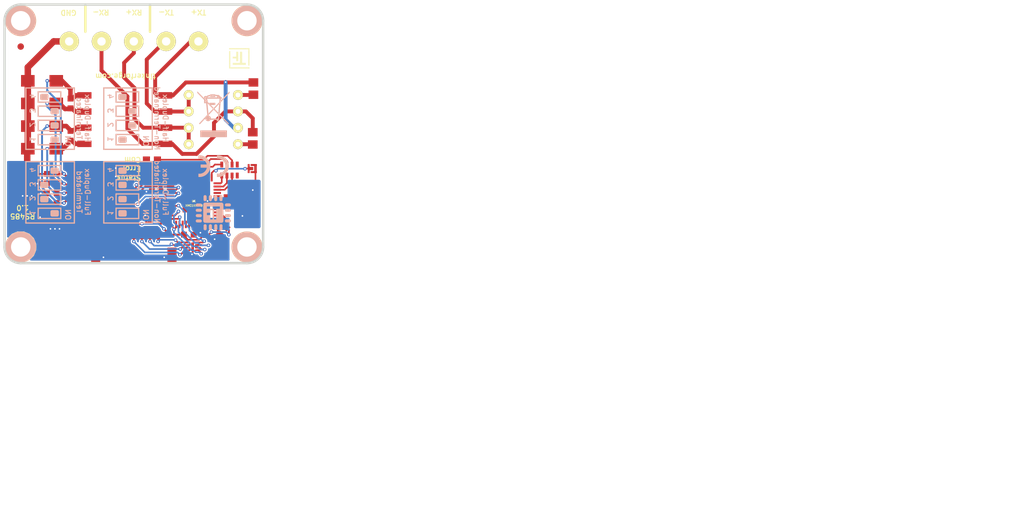
<source format=kicad_pcb>
(kicad_pcb (version 4) (host pcbnew 4.0.7-e2-6376~58~ubuntu17.04.1)
  (title_block (title RS485) (date 2016-11-11) (rev 1.0) (company "Tinkerforge GmbH") (comment 1 "Licensed under CERN OHL v.1.1") (comment 2 "Copyright (©) 2016, B.Nordmeyer <bastian@tinkerforge.com>"))
  (layers (0 Vorderseite signal) (31 Rückseite signal) (34 B.Paste user) (35 F.Paste user) (36 B.SilkS user hide) (37 F.SilkS user) (38 B.Mask user) (39 F.Mask user) (44 Edge.Cuts user))
  (net 0 "")
  (net 1 GND)
  (net 2 VCC)
  (net 3 "Net-(C1-Pad2)")
  (net 4 "Net-(C8-Pad1)")
  (net 5 "Net-(D1-Pad2)")
  (net 6 "Net-(D2-Pad2)")
  (net 7 "Net-(D3-Pad2)")
  (net 8 S-MISO)
  (net 9 S-MOSI)
  (net 10 S-CLK)
  (net 11 S-CS)
  (net 12 "Net-(P2-Pad2)")
  (net 13 "Net-(RP1-Pad5)")
  (net 14 "Net-(RP1-Pad6)")
  (net 15 "Net-(RP1-Pad7)")
  (net 16 "Net-(R1-Pad1)")
  (net 17 "Net-(R2-Pad2)")
  (net 18 "Net-(D4-Pad1)")
  (net 19 "Net-(D5-Pad1)")
  (net 20 "Net-(D6-Pad1)")
  (net 21 "Net-(D7-Pad1)")
  (net 22 485-R)
  (net 23 485-~REB)
  (net 24 485-DE)
  (net 25 485-D)
  (net 26 "Net-(RP2-Pad5)")
  (net 27 "Net-(RP2-Pad6)")
  (net 28 "Net-(RP2-Pad7)")
  (net 29 "Net-(RP2-Pad8)")
  (net 30 ~TX)
  (net 31 TX)
  (net 32 ~RX)
  (net 33 RX)
  (net 34 Earth)
  (net 35 "Net-(C9-Pad1)")
  (net 36 "Net-(R9-Pad1)")
  (net 37 "Net-(FILTER1-Pad5)")
  (net 38 "Net-(FILTER1-Pad6)")
  (net 39 "Net-(FILTER1-Pad7)")
  (net 40 "Net-(FILTER1-Pad8)")
  (module kicad-libraries:WE-SL (layer Vorderseite) (at 143.9 100.9)
    (fp_text reference L1)
    (fp_text value WE-SL)
    (pad 1 smd rect (at -6.25094 -3.74904) (size 2.19964 1.00076) (layers Vorderseite F.Paste F.Mask) (net 21 "Net-(D7-Pad1)"))
    (pad 2 smd rect (at -6.25094 -1.24968) (size 2.19964 1.00076) (layers Vorderseite F.Paste F.Mask) (net 19 "Net-(D5-Pad1)"))
    (pad 3 smd rect (at -6.25094 1.24968) (size 2.19964 1.00076) (layers Vorderseite F.Paste F.Mask) (net 20 "Net-(D6-Pad1)"))
    (pad 4 smd rect (at -6.25094 3.74904) (size 2.19964 1.00076) (layers Vorderseite F.Paste F.Mask) (net 18 "Net-(D4-Pad1)"))
    (pad 5 smd rect (at 6.25094 3.74904) (size 2.19964 1.00076) (layers Vorderseite F.Paste F.Mask) (net 32 ~RX))
    (pad 6 smd rect (at 6.25094 1.24968) (size 2.19964 1.00076) (layers Vorderseite F.Paste F.Mask) (net 33 RX))
    (pad 7 smd rect (at 6.25094 -1.24968) (size 2.19964 1.00076) (layers Vorderseite F.Paste F.Mask) (net 30 ~TX))
    (pad 8 smd rect (at 6.25094 -3.74904) (size 2.19964 1.00076) (layers Vorderseite F.Paste F.Mask) (net 31 TX))
  )
  (module kicad-libraries:SolderJumper (layer Vorderseite) (at 163.617157 108.470711 180)
    (fp_text reference P2)
    (fp_text value BOOT)
    (pad 2 smd rect (at 0.55 0 180) (size 0.3 1.4) (layers Vorderseite F.Mask) (net 12 "Net-(P2-Pad2)"))
    (pad 2 smd rect (at 0.15 0 180) (size 0.6 0.5) (layers Vorderseite F.Mask) (net 12 "Net-(P2-Pad2)"))
    (pad 1 smd rect (at -0.5 0 180) (size 0.4 1.4) (layers Vorderseite F.Mask) (net 1 GND))
    (pad 1 smd rect (at -0.225 0.55 180) (size 0.95 0.3) (layers Vorderseite F.Mask) (net 1 GND))
    (pad 1 smd rect (at -0.225 -0.55 180) (size 0.95 0.3) (layers Vorderseite F.Mask) (net 1 GND))
  )
  (module kicad-libraries:0603X4 (layer Vorderseite) (at 160.1 108.7)
    (fp_text reference RP1)
    (fp_text value 1k)
    (pad 1 smd rect (at 1.19888 -0.8509) (size 0.44958 0.89916) (layers Vorderseite F.Paste F.Mask))
    (pad 2 smd rect (at 0.39878 -0.8509) (size 0.44958 0.89916) (layers Vorderseite F.Paste F.Mask) (net 5 "Net-(D1-Pad2)"))
    (pad 3 smd rect (at -0.39878 -0.8509) (size 0.44958 0.89916) (layers Vorderseite F.Paste F.Mask) (net 6 "Net-(D2-Pad2)"))
    (pad 4 smd rect (at -1.19888 -0.8509) (size 0.44958 0.89916) (layers Vorderseite F.Paste F.Mask) (net 7 "Net-(D3-Pad2)"))
    (pad 5 smd rect (at -1.19888 0.8509) (size 0.44958 0.89916) (layers Vorderseite F.Paste F.Mask) (net 13 "Net-(RP1-Pad5)"))
    (pad 6 smd rect (at -0.39878 0.8509) (size 0.44958 0.89916) (layers Vorderseite F.Paste F.Mask) (net 14 "Net-(RP1-Pad6)"))
    (pad 7 smd rect (at 0.39878 0.8509) (size 0.44958 0.89916) (layers Vorderseite F.Paste F.Mask) (net 15 "Net-(RP1-Pad7)"))
    (pad 8 smd rect (at 1.19888 0.8509) (size 0.44958 0.89916) (layers Vorderseite F.Paste F.Mask))
  )
  (module kicad-libraries:0603X4 (layer Vorderseite) (at 144 112.8 270)
    (fp_text reference RP2)
    (fp_text value 10k)
    (pad 1 smd rect (at 1.19888 -0.8509 270) (size 0.44958 0.89916) (layers Vorderseite F.Paste F.Mask) (net 22 485-R))
    (pad 2 smd rect (at 0.39878 -0.8509 270) (size 0.44958 0.89916) (layers Vorderseite F.Paste F.Mask) (net 23 485-~REB))
    (pad 3 smd rect (at -0.39878 -0.8509 270) (size 0.44958 0.89916) (layers Vorderseite F.Paste F.Mask) (net 24 485-DE))
    (pad 4 smd rect (at -1.19888 -0.8509 270) (size 0.44958 0.89916) (layers Vorderseite F.Paste F.Mask) (net 25 485-D))
    (pad 5 smd rect (at -1.19888 0.8509 270) (size 0.44958 0.89916) (layers Vorderseite F.Paste F.Mask) (net 26 "Net-(RP2-Pad5)"))
    (pad 6 smd rect (at -0.39878 0.8509 270) (size 0.44958 0.89916) (layers Vorderseite F.Paste F.Mask) (net 27 "Net-(RP2-Pad6)"))
    (pad 7 smd rect (at 0.39878 0.8509 270) (size 0.44958 0.89916) (layers Vorderseite F.Paste F.Mask) (net 28 "Net-(RP2-Pad7)"))
    (pad 8 smd rect (at 1.19888 0.8509 270) (size 0.44958 0.89916) (layers Vorderseite F.Paste F.Mask) (net 29 "Net-(RP2-Pad8)"))
  )
  (module kicad-libraries:CRYSTAL_3225 (layer Vorderseite) (at 162.9 113.8 270)
    (fp_text reference X1)
    (fp_text value 16MHz)
    (pad 3 smd rect (at -1.09982 -0.8001 270) (size 1.39954 1.15062) (layers Vorderseite F.Paste F.Mask) (net 1 GND))
    (pad 2 smd rect (at 1.09982 -0.8001 270) (size 1.39954 1.15062) (layers Vorderseite F.Paste F.Mask) (net 4 "Net-(C8-Pad1)"))
    (pad 1 smd rect (at -1.09982 0.8001 270) (size 1.39954 1.15062) (layers Vorderseite F.Paste F.Mask) (net 35 "Net-(C9-Pad1)"))
    (pad 3 smd rect (at 1.09982 0.8001 270) (size 1.39954 1.15062) (layers Vorderseite F.Paste F.Mask) (net 1 GND))
  )
  (module kicad-libraries:Logo_31x31 (layer Vorderseite) (at 163.2 93 180)
    (fp_text reference G*** hide)
    (fp_text value Logo_31x31 hide)
  )
  (module kicad-libraries:WEEE_7mm_back (layer Rückseite) (at 157.6 100.1)
    (fp_text reference VAL hide)
    (fp_text value WEEE_7mm_back hide)
  )
  (module kicad-libraries:CE_5mm (layer Rückseite) (at 157.6 108.1 180)
    (fp_text reference VAL hide)
    (fp_text value CE_5mm hide)
  )
  (module kicad-libraries:Fiducial_Mark (layer Vorderseite) (at 158.8 121.6)
    (fp_text reference Fiducial_Mark hide)
    (fp_text value VAL** hide)
    (pad 1 smd circle (at 0 0) (size 1.00076 1.00076) (layers Vorderseite F.Paste F.Mask) (clearance 0.65024))
  )
  (module kicad-libraries:Fiducial_Mark (layer Vorderseite) (at 127.8 89.6)
    (fp_text reference Fiducial_Mark hide)
    (fp_text value VAL** hide)
    (pad 1 smd circle (at 0 0) (size 1.00076 1.00076) (layers Vorderseite F.Paste F.Mask) (clearance 0.65024))
  )
  (module kicad-libraries:Fiducial_Mark (layer Vorderseite) (at 131.3 121.6)
    (fp_text reference Fiducial_Mark hide)
    (fp_text value VAL** hide)
    (pad 1 smd circle (at 0 0) (size 1.00076 1.00076) (layers Vorderseite F.Paste F.Mask) (clearance 0.65024))
  )
  (module kicad-libraries:SOIC-14_3.9x8.7mm_Pitch1.27mm (layer Vorderseite) (at 138.6 112.2 180)
    (fp_text reference U6)
    (fp_text value SP3491)
    (pad 1 smd rect (at -2.7 -3.81 180) (size 1.5 0.6) (layers Vorderseite F.Paste F.Mask))
    (pad 2 smd rect (at -2.7 -2.54 180) (size 1.5 0.6) (layers Vorderseite F.Paste F.Mask) (net 29 "Net-(RP2-Pad8)"))
    (pad 3 smd rect (at -2.7 -1.27 180) (size 1.5 0.6) (layers Vorderseite F.Paste F.Mask) (net 28 "Net-(RP2-Pad7)"))
    (pad 4 smd rect (at -2.7 0 180) (size 1.5 0.6) (layers Vorderseite F.Paste F.Mask) (net 27 "Net-(RP2-Pad6)"))
    (pad 5 smd rect (at -2.7 1.27 180) (size 1.5 0.6) (layers Vorderseite F.Paste F.Mask) (net 26 "Net-(RP2-Pad5)"))
    (pad 6 smd rect (at -2.7 2.54 180) (size 1.5 0.6) (layers Vorderseite F.Paste F.Mask) (net 1 GND))
    (pad 7 smd rect (at -2.7 3.81 180) (size 1.5 0.6) (layers Vorderseite F.Paste F.Mask) (net 1 GND))
    (pad 8 smd rect (at 2.7 3.81 180) (size 1.5 0.6) (layers Vorderseite F.Paste F.Mask))
    (pad 9 smd rect (at 2.7 2.54 180) (size 1.5 0.6) (layers Vorderseite F.Paste F.Mask) (net 21 "Net-(D7-Pad1)"))
    (pad 10 smd rect (at 2.7 1.27 180) (size 1.5 0.6) (layers Vorderseite F.Paste F.Mask) (net 19 "Net-(D5-Pad1)"))
    (pad 11 smd rect (at 2.7 0 180) (size 1.5 0.6) (layers Vorderseite F.Paste F.Mask) (net 18 "Net-(D4-Pad1)"))
    (pad 12 smd rect (at 2.7 -1.27 180) (size 1.5 0.6) (layers Vorderseite F.Paste F.Mask) (net 20 "Net-(D6-Pad1)"))
    (pad 13 smd rect (at 2.7 -2.54 180) (size 1.5 0.6) (layers Vorderseite F.Paste F.Mask))
    (pad 14 smd rect (at 2.7 -3.81 180) (size 1.5 0.6) (layers Vorderseite F.Paste F.Mask) (net 2 VCC))
  )
  (module kicad-libraries:Logo_CoMCU (layer Rückseite) (at 157.6 115.3 180)
    (fp_text reference G*** hide)
    (fp_text value LOGO hide)
  )
  (module kicad-libraries:0603X4 (layer Vorderseite) (at 148.7 115.7 270)
    (fp_text reference RP3)
    (fp_text value 10k)
    (pad 1 smd rect (at 1.19888 -0.8509 270) (size 0.44958 0.89916) (layers Vorderseite F.Paste F.Mask) (net 11 S-CS))
    (pad 2 smd rect (at 0.39878 -0.8509 270) (size 0.44958 0.89916) (layers Vorderseite F.Paste F.Mask) (net 9 S-MOSI))
    (pad 3 smd rect (at -0.39878 -0.8509 270) (size 0.44958 0.89916) (layers Vorderseite F.Paste F.Mask) (net 10 S-CLK))
    (pad 4 smd rect (at -1.19888 -0.8509 270) (size 0.44958 0.89916) (layers Vorderseite F.Paste F.Mask))
    (pad 5 smd rect (at -1.19888 0.8509 270) (size 0.44958 0.89916) (layers Vorderseite F.Paste F.Mask) (net 1 GND))
    (pad 6 smd rect (at -0.39878 0.8509 270) (size 0.44958 0.89916) (layers Vorderseite F.Paste F.Mask) (net 1 GND))
    (pad 7 smd rect (at 0.39878 0.8509 270) (size 0.44958 0.89916) (layers Vorderseite F.Paste F.Mask) (net 1 GND))
    (pad 8 smd rect (at 1.19888 0.8509 270) (size 0.44958 0.89916) (layers Vorderseite F.Paste F.Mask) (net 1 GND))
  )
  (module D0603E (layer Vorderseite) (at 148.1 107.1)
    (fp_text reference D1)
    (fp_text value yellow)
    (pad 1 smd rect (at -0.8501 0) (size 1.1 1) (layers Vorderseite F.Paste F.Mask) (net 2 VCC))
    (pad 2 smd rect (at 0.8501 0) (size 1.1 1) (layers Vorderseite F.Paste F.Mask) (net 5 "Net-(D1-Pad2)"))
  )
  (module D0603E (layer Vorderseite) (at 148.1 108.5)
    (fp_text reference D2)
    (fp_text value red)
    (pad 1 smd rect (at -0.8501 0) (size 1.1 1) (layers Vorderseite F.Paste F.Mask) (net 2 VCC))
    (pad 2 smd rect (at 0.8501 0) (size 1.1 1) (layers Vorderseite F.Paste F.Mask) (net 6 "Net-(D2-Pad2)"))
  )
  (module D0603E (layer Vorderseite) (at 148.1 109.9)
    (fp_text reference D3)
    (fp_text value blue)
    (pad 1 smd rect (at -0.8501 0) (size 1.1 1) (layers Vorderseite F.Paste F.Mask) (net 2 VCC))
    (pad 2 smd rect (at 0.8501 0) (size 1.1 1) (layers Vorderseite F.Paste F.Mask) (net 7 "Net-(D3-Pad2)"))
  )
  (module DO-214AC (layer Vorderseite) (at 131.1 105.4 180)
    (fp_text reference D4)
    (fp_text value SMAJ24CA)
    (pad 1 smd rect (at -2.19964 0 180) (size 2.10058 1.80086) (layers Vorderseite F.Paste F.Mask) (net 18 "Net-(D4-Pad1)"))
    (pad 2 smd rect (at 2.19964 0 180) (size 2.10058 1.80086) (layers Vorderseite F.Paste F.Mask) (net 34 Earth))
  )
  (module DO-214AC (layer Vorderseite) (at 131.1 98.4 180)
    (fp_text reference D5)
    (fp_text value SMAJ24CA)
    (pad 1 smd rect (at -2.19964 0 180) (size 2.10058 1.80086) (layers Vorderseite F.Paste F.Mask) (net 19 "Net-(D5-Pad1)"))
    (pad 2 smd rect (at 2.19964 0 180) (size 2.10058 1.80086) (layers Vorderseite F.Paste F.Mask) (net 34 Earth))
  )
  (module DO-214AC (layer Vorderseite) (at 131.1 101.9 180)
    (fp_text reference D6)
    (fp_text value SMAJ24CA)
    (pad 1 smd rect (at -2.19964 0 180) (size 2.10058 1.80086) (layers Vorderseite F.Paste F.Mask) (net 20 "Net-(D6-Pad1)"))
    (pad 2 smd rect (at 2.19964 0 180) (size 2.10058 1.80086) (layers Vorderseite F.Paste F.Mask) (net 34 Earth))
  )
  (module DO-214AC (layer Vorderseite) (at 131.1 94.9 180)
    (fp_text reference D7)
    (fp_text value SMAJ24CA)
    (pad 1 smd rect (at -2.19964 0 180) (size 2.10058 1.80086) (layers Vorderseite F.Paste F.Mask) (net 21 "Net-(D7-Pad1)"))
    (pad 2 smd rect (at 2.19964 0 180) (size 2.10058 1.80086) (layers Vorderseite F.Paste F.Mask) (net 34 Earth))
  )
  (module CON-SENSOR2 (layer Vorderseite) (at 145.3 123.1)
    (fp_text reference P1)
    (fp_text value CON-SENSOR2)
    (pad 1 smd rect (at -3.75 -4.6) (size 0.6 1.8) (layers Vorderseite F.Paste F.Mask))
    (pad 2 smd rect (at -2.5 -4.6) (size 0.6 1.8) (layers Vorderseite F.Paste F.Mask) (net 1 GND))
    (pad EP smd rect (at -5.9 -1.2) (size 1.4 2.4) (layers Vorderseite F.Paste F.Mask) (net 1 GND))
    (pad EP smd rect (at 5.9 -1.2) (size 1.4 2.4) (layers Vorderseite F.Paste F.Mask) (net 1 GND))
    (pad 3 smd rect (at -1.25 -4.6) (size 0.6 1.8) (layers Vorderseite F.Paste F.Mask) (net 3 "Net-(C1-Pad2)"))
    (pad 4 smd rect (at 0 -4.6) (size 0.6 1.8) (layers Vorderseite F.Paste F.Mask) (net 40 "Net-(FILTER1-Pad8)"))
    (pad 5 smd rect (at 1.25 -4.6) (size 0.6 1.8) (layers Vorderseite F.Paste F.Mask) (net 39 "Net-(FILTER1-Pad7)"))
    (pad 6 smd rect (at 2.5 -4.6) (size 0.6 1.8) (layers Vorderseite F.Paste F.Mask) (net 38 "Net-(FILTER1-Pad6)"))
    (pad 7 smd rect (at 3.75 -4.6) (size 0.6 1.8) (layers Vorderseite F.Paste F.Mask) (net 37 "Net-(FILTER1-Pad5)"))
  )
  (module SW_DIP_4_THT (layer Vorderseite) (at 157.6 100.9 270)
    (fp_text reference SW1)
    (fp_text value SW_DIP_4)
    (pad 1 thru_hole circle (at -3.81 3.81 270) (size 1.524 1.524) (drill 0.762) (layers *.Cu *.Mask F.SilkS) (net 30 ~TX))
    (pad 2 thru_hole circle (at -1.27 3.81 270) (size 1.524 1.524) (drill 0.762) (layers *.Cu *.Mask F.SilkS) (net 30 ~TX))
    (pad 3 thru_hole circle (at 1.27 3.81 270) (size 1.524 1.524) (drill 0.762) (layers *.Cu *.Mask F.SilkS) (net 33 RX))
    (pad 4 thru_hole circle (at 3.81 3.81 270) (size 1.524 1.524) (drill 0.762) (layers *.Cu *.Mask F.SilkS) (net 33 RX))
    (pad 5 thru_hole circle (at 3.81 -3.81 270) (size 1.524 1.524) (drill 0.762) (layers *.Cu *.Mask F.SilkS) (net 16 "Net-(R1-Pad1)"))
    (pad 6 thru_hole circle (at 1.27 -3.81 270) (size 1.524 1.524) (drill 0.762) (layers *.Cu *.Mask F.SilkS) (net 31 TX))
    (pad 7 thru_hole circle (at -1.27 -3.81 270) (size 1.524 1.524) (drill 0.762) (layers *.Cu *.Mask F.SilkS) (net 32 ~RX))
    (pad 8 thru_hole circle (at -3.81 -3.81 270) (size 1.524 1.524) (drill 0.762) (layers *.Cu *.Mask F.SilkS) (net 17 "Net-(R2-Pad2)"))
  )
  (module DRILL_NP (layer Vorderseite) (at 127.8 85.6 270)
    (fp_text reference U2 hide)
    (fp_text value DRILL hide)
    (pad "" np_thru_hole circle (at 0 0 270) (size 2.99974 2.99974) (drill 2.99974) (layers *.Cu *.Mask F.SilkS) (clearance 0.89916))
  )
  (module DRILL_NP (layer Vorderseite) (at 127.8 120.6 90)
    (fp_text reference U3 hide)
    (fp_text value DRILL hide)
    (pad "" np_thru_hole circle (at 0 0 90) (size 2.99974 2.99974) (drill 2.99974) (layers *.Cu *.Mask F.SilkS) (clearance 0.89916))
  )
  (module DRILL_NP (layer Vorderseite) (at 162.8 120.6 90)
    (fp_text reference U4 hide)
    (fp_text value DRILL hide)
    (pad "" np_thru_hole circle (at 0 0 90) (size 2.99974 2.99974) (drill 2.99974) (layers *.Cu *.Mask F.SilkS) (clearance 0.89916))
  )
  (module DRILL_NP (layer Vorderseite) (at 162.8 85.6)
    (fp_text reference U5 hide)
    (fp_text value DRILL hide)
    (pad "" np_thru_hole circle (at 0 0) (size 2.99974 2.99974) (drill 2.99974) (layers *.Cu *.Mask F.SilkS) (clearance 0.89916))
  )
  (module R0603F (layer Vorderseite) (at 135.5 103.4 270)
    (fp_text reference R4)
    (fp_text value 2.2k)
    (pad 1 smd rect (at -0.75 0 270) (size 0.9 0.9) (layers Vorderseite F.Paste F.Mask) (net 20 "Net-(D6-Pad1)"))
    (pad 2 smd rect (at 0.75 0 270) (size 0.9 0.9) (layers Vorderseite F.Paste F.Mask) (net 18 "Net-(D4-Pad1)"))
  )
  (module C0603F (layer Vorderseite) (at 137.5 119.6 270)
    (fp_text reference C1)
    (fp_text value 1uF)
    (pad 1 smd rect (at -0.75 0 270) (size 0.9 0.9) (layers Vorderseite F.Paste F.Mask) (net 1 GND))
    (pad 2 smd rect (at 0.75 0 270) (size 0.9 0.9) (layers Vorderseite F.Paste F.Mask) (net 3 "Net-(C1-Pad2)"))
  )
  (module C0603F (layer Vorderseite) (at 133.1 119.6 270)
    (fp_text reference C2)
    (fp_text value 1uF)
    (pad 1 smd rect (at -0.75 0 270) (size 0.9 0.9) (layers Vorderseite F.Paste F.Mask) (net 1 GND))
    (pad 2 smd rect (at 0.75 0 270) (size 0.9 0.9) (layers Vorderseite F.Paste F.Mask) (net 2 VCC))
  )
  (module C0603F (layer Vorderseite) (at 159.1 118.1 225)
    (fp_text reference C3)
    (fp_text value 100nF)
    (pad 1 smd rect (at -0.75 0 225) (size 0.9 0.9) (layers Vorderseite F.Paste F.Mask) (net 2 VCC))
    (pad 2 smd rect (at 0.75 0 225) (size 0.9 0.9) (layers Vorderseite F.Paste F.Mask) (net 1 GND))
  )
  (module C0603F (layer Vorderseite) (at 148.1 112.75 90)
    (fp_text reference C4)
    (fp_text value 100nF)
    (pad 1 smd rect (at -0.75 0 90) (size 0.9 0.9) (layers Vorderseite F.Paste F.Mask) (net 2 VCC))
    (pad 2 smd rect (at 0.75 0 90) (size 0.9 0.9) (layers Vorderseite F.Paste F.Mask) (net 1 GND))
  )
  (module C0603F (layer Vorderseite) (at 153.8 118.7)
    (fp_text reference C5)
    (fp_text value 100nF)
    (pad 1 smd rect (at -0.75 0) (size 0.9 0.9) (layers Vorderseite F.Paste F.Mask) (net 2 VCC))
    (pad 2 smd rect (at 0.75 0) (size 0.9 0.9) (layers Vorderseite F.Paste F.Mask) (net 1 GND))
  )
  (module C0603F (layer Vorderseite) (at 149.4 112.75 90)
    (fp_text reference C6)
    (fp_text value 220nF)
    (pad 1 smd rect (at -0.75 0 90) (size 0.9 0.9) (layers Vorderseite F.Paste F.Mask) (net 2 VCC))
    (pad 2 smd rect (at 0.75 0 90) (size 0.9 0.9) (layers Vorderseite F.Paste F.Mask) (net 1 GND))
  )
  (module C0603E (layer Vorderseite) (at 132.6 116)
    (fp_text reference C7)
    (fp_text value 100nF)
    (pad 1 smd rect (at -0.8501 0) (size 1.1 1) (layers Vorderseite F.Paste F.Mask) (net 1 GND))
    (pad 2 smd rect (at 0.8501 0) (size 1.1 1) (layers Vorderseite F.Paste F.Mask) (net 2 VCC))
  )
  (module C0603F (layer Vorderseite) (at 162.9 116.5 180)
    (fp_text reference C8)
    (fp_text value 10pF)
    (pad 1 smd rect (at -0.75 0 180) (size 0.9 0.9) (layers Vorderseite F.Paste F.Mask) (net 4 "Net-(C8-Pad1)"))
    (pad 2 smd rect (at 0.75 0 180) (size 0.9 0.9) (layers Vorderseite F.Paste F.Mask) (net 1 GND))
  )
  (module C0603F (layer Vorderseite) (at 162.9 111.1)
    (fp_text reference C9)
    (fp_text value 10pF)
    (pad 1 smd rect (at -0.75 0) (size 0.9 0.9) (layers Vorderseite F.Paste F.Mask) (net 35 "Net-(C9-Pad1)"))
    (pad 2 smd rect (at 0.75 0) (size 0.9 0.9) (layers Vorderseite F.Paste F.Mask) (net 1 GND))
  )
  (module C0603F (layer Vorderseite) (at 135.3 120.4 180)
    (fp_text reference FB1)
    (fp_text value FILTER)
    (pad 1 smd rect (at -0.75 0 180) (size 0.9 0.9) (layers Vorderseite F.Paste F.Mask) (net 3 "Net-(C1-Pad2)"))
    (pad 2 smd rect (at 0.75 0 180) (size 0.9 0.9) (layers Vorderseite F.Paste F.Mask) (net 2 VCC))
  )
  (module AKL_5_5 (layer Vorderseite) (at 145.3 88.8)
    (fp_text reference P3)
    (fp_text value CONN_5)
    (pad 2 thru_hole circle (at -5 0) (size 2.99974 2.99974) (drill 1.30048) (layers *.Cu *.Mask F.SilkS) (net 32 ~RX))
    (pad 3 thru_hole circle (at 0 0) (size 2.99974 2.99974) (drill 1.30048) (layers *.Cu *.Mask F.SilkS) (net 33 RX))
    (pad 4 thru_hole circle (at 5 0) (size 2.99974 2.99974) (drill 1.30048) (layers *.Cu *.Mask F.SilkS) (net 30 ~TX))
    (pad 5 thru_hole circle (at 10 0) (size 2.99974 2.99974) (drill 1.30048) (layers *.Cu *.Mask F.SilkS) (net 31 TX))
    (pad 1 thru_hole circle (at -10 0) (size 2.99974 2.99974) (drill 1.30048) (layers *.Cu *.Mask F.SilkS) (net 34 Earth))
  )
  (module R0603F (layer Vorderseite) (at 132.6 113.8)
    (fp_text reference R3)
    (fp_text value 2.7k)
    (pad 1 smd rect (at -0.75 0) (size 0.9 0.9) (layers Vorderseite F.Paste F.Mask) (net 2 VCC))
    (pad 2 smd rect (at 0.75 0) (size 0.9 0.9) (layers Vorderseite F.Paste F.Mask) (net 20 "Net-(D6-Pad1)"))
  )
  (module R0603F (layer Vorderseite) (at 132.6 112.3 180)
    (fp_text reference R5)
    (fp_text value 2.7k)
    (pad 1 smd rect (at -0.75 0 180) (size 0.9 0.9) (layers Vorderseite F.Paste F.Mask) (net 18 "Net-(D4-Pad1)"))
    (pad 2 smd rect (at 0.75 0 180) (size 0.9 0.9) (layers Vorderseite F.Paste F.Mask) (net 1 GND))
  )
  (module R0805E (layer Vorderseite) (at 163.7 103.8 90)
    (fp_text reference R1)
    (fp_text value 120)
    (pad 1 smd rect (at -0.95 0 90) (size 1.3 1.5) (layers Vorderseite F.Paste F.Mask) (net 16 "Net-(R1-Pad1)") (clearance 0.14986))
    (pad 2 smd rect (at 0.95 0 90) (size 1.3 1.5) (layers Vorderseite F.Paste F.Mask) (net 32 ~RX) (clearance 0.14986))
  )
  (module R0805E (layer Vorderseite) (at 163.8 96.1 270)
    (fp_text reference R2)
    (fp_text value 120)
    (pad 1 smd rect (at -0.95 0 270) (size 1.3 1.5) (layers Vorderseite F.Paste F.Mask) (net 31 TX) (clearance 0.14986))
    (pad 2 smd rect (at 0.95 0 270) (size 1.3 1.5) (layers Vorderseite F.Paste F.Mask) (net 17 "Net-(R2-Pad2)") (clearance 0.14986))
  )
  (module R0603F (layer Vorderseite) (at 132.6 109.3)
    (fp_text reference R6)
    (fp_text value 2.7k)
    (pad 1 smd rect (at -0.75 0) (size 0.9 0.9) (layers Vorderseite F.Paste F.Mask) (net 2 VCC))
    (pad 2 smd rect (at 0.75 0) (size 0.9 0.9) (layers Vorderseite F.Paste F.Mask) (net 21 "Net-(D7-Pad1)"))
  )
  (module R0603F (layer Vorderseite) (at 135.5 98.4 270)
    (fp_text reference R7)
    (fp_text value 2.2k)
    (pad 1 smd rect (at -0.75 0 270) (size 0.9 0.9) (layers Vorderseite F.Paste F.Mask) (net 21 "Net-(D7-Pad1)"))
    (pad 2 smd rect (at 0.75 0 270) (size 0.9 0.9) (layers Vorderseite F.Paste F.Mask) (net 19 "Net-(D5-Pad1)"))
  )
  (module R0603F (layer Vorderseite) (at 132.6 110.8 180)
    (fp_text reference R8)
    (fp_text value 2.7k)
    (pad 1 smd rect (at -0.75 0 180) (size 0.9 0.9) (layers Vorderseite F.Paste F.Mask) (net 19 "Net-(D5-Pad1)"))
    (pad 2 smd rect (at 0.75 0 180) (size 0.9 0.9) (layers Vorderseite F.Paste F.Mask) (net 1 GND))
  )
  (module C1206 (layer Vorderseite) (at 128.8 110.3 270)
    (fp_text reference PTC1)
    (fp_text value "PTC 0.45A")
    (pad 1 smd rect (at -1.50114 0 270) (size 1.00076 1.6002) (layers Vorderseite F.Paste F.Mask) (net 34 Earth))
    (pad 2 smd rect (at 1.50114 0 270) (size 1.00076 1.6002) (layers Vorderseite F.Paste F.Mask) (net 1 GND))
  )
  (module R0402E (layer Vorderseite) (at 160.2 112.9)
    (fp_text reference R9)
    (fp_text value 0)
    (pad 1 smd rect (at -0.65 0) (size 0.7 0.9) (layers Vorderseite F.Paste F.Mask) (net 36 "Net-(R9-Pad1)"))
    (pad 2 smd rect (at 0.65 0) (size 0.7 0.9) (layers Vorderseite F.Paste F.Mask) (net 35 "Net-(C9-Pad1)"))
  )
  (module kicad-libraries:QFN48-EP2 (layer Vorderseite) (at 154.6 113.5 180)
    (fp_text reference U1 (at 0 0 180) (layer F.SilkS) (effects (font (size 0.29972 0.29972) (thickness 0.0762))))
    (fp_text value XMC1XXX48 (at 0 -0.7 180) (layer F.SilkS) (effects (font (size 0.29972 0.29972) (thickness 0.0762))))
    (pad 1 smd rect (at -2.74828 3.61188) (size 0.29972 1.14808) (layers Vorderseite F.Paste F.Mask) (net 12 "Net-(P2-Pad2)"))
    (pad 2 smd rect (at -2.2479 3.61188) (size 0.29972 1.14808) (layers Vorderseite F.Paste F.Mask))
    (pad 3 smd rect (at -1.74752 3.61188) (size 0.29972 1.14808) (layers Vorderseite F.Paste F.Mask))
    (pad 4 smd rect (at -1.24968 3.61188) (size 0.29972 1.14808) (layers Vorderseite F.Paste F.Mask))
    (pad 5 smd rect (at -0.7493 3.61188) (size 0.29972 1.14808) (layers Vorderseite F.Paste F.Mask))
    (pad 6 smd rect (at -0.24892 3.61188) (size 0.29972 1.14808) (layers Vorderseite F.Paste F.Mask))
    (pad 7 smd rect (at 0.24892 3.61188) (size 0.29972 1.14808) (layers Vorderseite F.Paste F.Mask))
    (pad 8 smd rect (at 0.7493 3.61188) (size 0.29972 1.14808) (layers Vorderseite F.Paste F.Mask))
    (pad 9 smd rect (at 1.24968 3.61188) (size 0.29972 1.14808) (layers Vorderseite F.Paste F.Mask))
    (pad 10 smd rect (at 1.74752 3.61188) (size 0.29972 1.14808) (layers Vorderseite F.Paste F.Mask))
    (pad 11 smd rect (at 2.2479 3.61188) (size 0.29972 1.14808) (layers Vorderseite F.Paste F.Mask))
    (pad 12 smd rect (at 2.74828 3.61188) (size 0.29972 1.14808) (layers Vorderseite F.Paste F.Mask))
    (pad 13 smd rect (at 3.61188 2.74828 90) (size 0.29972 1.14808) (layers Vorderseite F.Paste F.Mask) (net 24 485-DE))
    (pad 14 smd rect (at 3.61188 2.2479 90) (size 0.29972 1.14808) (layers Vorderseite F.Paste F.Mask) (net 23 485-~REB))
    (pad 15 smd rect (at 3.61188 1.74752 90) (size 0.29972 1.14808) (layers Vorderseite F.Paste F.Mask) (net 25 485-D))
    (pad 16 smd rect (at 3.61188 1.24968 90) (size 0.29972 1.14808) (layers Vorderseite F.Paste F.Mask) (net 22 485-R))
    (pad 17 smd rect (at 3.61188 0.7493 90) (size 0.29972 1.14808) (layers Vorderseite F.Paste F.Mask) (net 1 GND))
    (pad 18 smd rect (at 3.61188 0.24892 90) (size 0.29972 1.14808) (layers Vorderseite F.Paste F.Mask) (net 2 VCC))
    (pad 19 smd rect (at 3.61188 -0.24892 90) (size 0.29972 1.14808) (layers Vorderseite F.Paste F.Mask) (net 2 VCC))
    (pad 20 smd rect (at 3.61188 -0.7493 90) (size 0.29972 1.14808) (layers Vorderseite F.Paste F.Mask) (net 8 S-MISO))
    (pad 21 smd rect (at 3.61188 -1.24968 90) (size 0.29972 1.14808) (layers Vorderseite F.Paste F.Mask))
    (pad 22 smd rect (at 3.61188 -1.74752 90) (size 0.29972 1.14808) (layers Vorderseite F.Paste F.Mask))
    (pad 23 smd rect (at 3.61188 -2.2479 90) (size 0.29972 1.14808) (layers Vorderseite F.Paste F.Mask) (net 10 S-CLK))
    (pad 24 smd rect (at 3.61188 -2.74828 90) (size 0.29972 1.14808) (layers Vorderseite F.Paste F.Mask) (net 9 S-MOSI))
    (pad 25 smd rect (at 2.74828 -3.61188 180) (size 0.29972 1.14808) (layers Vorderseite F.Paste F.Mask) (net 11 S-CS))
    (pad 26 smd rect (at 2.2479 -3.61188 180) (size 0.29972 1.14808) (layers Vorderseite F.Paste F.Mask))
    (pad 27 smd rect (at 1.74752 -3.61188 180) (size 0.29972 1.14808) (layers Vorderseite F.Paste F.Mask) (net 2 VCC))
    (pad 28 smd rect (at 1.24968 -3.61188 180) (size 0.29972 1.14808) (layers Vorderseite F.Paste F.Mask))
    (pad 29 smd rect (at 0.7493 -3.61188 180) (size 0.29972 1.14808) (layers Vorderseite F.Paste F.Mask))
    (pad 30 smd rect (at 0.24892 -3.61188 180) (size 0.29972 1.14808) (layers Vorderseite F.Paste F.Mask))
    (pad 31 smd rect (at -0.24892 -3.61188 180) (size 0.29972 1.14808) (layers Vorderseite F.Paste F.Mask))
    (pad 32 smd rect (at -0.7493 -3.61188 180) (size 0.29972 1.14808) (layers Vorderseite F.Paste F.Mask))
    (pad 33 smd rect (at -1.24968 -3.61188 180) (size 0.29972 1.14808) (layers Vorderseite F.Paste F.Mask))
    (pad 34 smd rect (at -1.74752 -3.61188 180) (size 0.29972 1.14808) (layers Vorderseite F.Paste F.Mask))
    (pad 35 smd rect (at -2.2479 -3.61188 180) (size 0.29972 1.14808) (layers Vorderseite F.Paste F.Mask))
    (pad 36 smd rect (at -2.74828 -3.61188 180) (size 0.29972 1.14808) (layers Vorderseite F.Paste F.Mask))
    (pad 37 smd rect (at -3.60934 -2.74828 270) (size 0.29972 1.15062) (layers Vorderseite F.Paste F.Mask) (net 1 GND))
    (pad 38 smd rect (at -3.61188 -2.2479 270) (size 0.29972 1.14808) (layers Vorderseite F.Paste F.Mask) (net 2 VCC))
    (pad 39 smd rect (at -3.61188 -1.74752 270) (size 0.29972 1.14808) (layers Vorderseite F.Paste F.Mask))
    (pad 40 smd rect (at -3.61188 -1.24968 270) (size 0.29972 1.14808) (layers Vorderseite F.Paste F.Mask))
    (pad 41 smd rect (at -3.61188 -0.7493 270) (size 0.29972 1.14808) (layers Vorderseite F.Paste F.Mask) (net 4 "Net-(C8-Pad1)"))
    (pad 42 smd rect (at -3.61188 -0.24892 270) (size 0.29972 1.14808) (layers Vorderseite F.Paste F.Mask) (net 36 "Net-(R9-Pad1)"))
    (pad 43 smd rect (at -3.61188 0.24892 270) (size 0.29972 1.14808) (layers Vorderseite F.Paste F.Mask))
    (pad 44 smd rect (at -3.61188 0.7493 270) (size 0.29972 1.14808) (layers Vorderseite F.Paste F.Mask))
    (pad 45 smd rect (at -3.61188 1.24968 270) (size 0.29972 1.14808) (layers Vorderseite F.Paste F.Mask))
    (pad 46 smd rect (at -3.61188 1.74752 270) (size 0.29972 1.14808) (layers Vorderseite F.Paste F.Mask) (net 15 "Net-(RP1-Pad7)"))
    (pad 47 smd rect (at -3.61188 2.2479 270) (size 0.29972 1.14808) (layers Vorderseite F.Paste F.Mask) (net 14 "Net-(RP1-Pad6)"))
    (pad 48 smd rect (at -3.61188 2.74828 270) (size 0.29972 1.14808) (layers Vorderseite F.Paste F.Mask) (net 13 "Net-(RP1-Pad5)"))
    (pad EP smd rect (at 0 0 180) (size 3.5 3.5) (layers Vorderseite F.Paste F.Mask) (net 1 GND))
  )
  (module kicad-libraries:DFN8-17x135 (layer Vorderseite) (at 154.4 120.5 270)
    (fp_text reference FILTER1)
    (fp_text value Filter-4x)
    (pad 1 smd rect (at 0.6 -0.675 270) (size 0.25 0.6) (layers Vorderseite F.Paste F.Mask) (net 11 S-CS))
    (pad 2 smd rect (at 0.2 -0.675 270) (size 0.25 0.6) (layers Vorderseite F.Paste F.Mask) (net 10 S-CLK))
    (pad 3 smd rect (at -0.2 -0.675 270) (size 0.25 0.6) (layers Vorderseite F.Paste F.Mask) (net 9 S-MOSI))
    (pad 4 smd rect (at -0.6 -0.675 270) (size 0.25 0.6) (layers Vorderseite F.Paste F.Mask) (net 8 S-MISO))
    (pad 5 smd rect (at -0.6 0.675 270) (size 0.25 0.6) (layers Vorderseite F.Paste F.Mask) (net 37 "Net-(FILTER1-Pad5)"))
    (pad 6 smd rect (at -0.2 0.675 270) (size 0.25 0.6) (layers Vorderseite F.Paste F.Mask) (net 38 "Net-(FILTER1-Pad6)"))
    (pad 7 smd rect (at 0.2 0.675 270) (size 0.25 0.6) (layers Vorderseite F.Paste F.Mask) (net 39 "Net-(FILTER1-Pad7)"))
    (pad 8 smd rect (at 0.6 0.675 270) (size 0.25 0.6) (layers Vorderseite F.Paste F.Mask) (net 40 "Net-(FILTER1-Pad8)"))
    (pad EXP smd rect (at 0 0 270) (size 1.2 0.4) (layers Vorderseite F.Paste F.Mask) (net 1 GND))
  )
  (gr_line (start 128.6 116.9) (end 128.6 107.4) (angle 90) (layer B.SilkS) (width 0.2))
  (gr_line (start 128.6 107.4) (end 136.1 107.4) (angle 90) (layer B.SilkS) (width 0.2))
  (gr_line (start 136.1 107.4) (end 136.1 116.9) (angle 90) (layer B.SilkS) (width 0.2))
  (gr_line (start 136.1 116.9) (end 128.6 116.9) (angle 90) (layer B.SilkS) (width 0.2))
  (gr_text ON (at 135.1 115.6 270) (layer B.SilkS) (effects (font (size 0.8 0.8)) (justify mirror)))
  (gr_text 1 (at 129.6 115.3 270) (layer B.SilkS) (effects (font (size 0.8 0.8)) (justify mirror)))
  (gr_line (start 130.5 116.2) (end 130.5 114.6) (angle 90) (layer B.SilkS) (width 0.2))
  (gr_line (start 130.5 114.6) (end 134 114.6) (angle 90) (layer B.SilkS) (width 0.2))
  (gr_line (start 134 114.6) (end 134 116.2) (angle 90) (layer B.SilkS) (width 0.2))
  (gr_line (start 134 116.2) (end 130.5 116.2) (angle 90) (layer B.SilkS) (width 0.2))
  (gr_line (start 134 114) (end 130.5 114) (angle 90) (layer B.SilkS) (width 0.2))
  (gr_line (start 134 112.4) (end 134 114) (angle 90) (layer B.SilkS) (width 0.2))
  (gr_line (start 130.5 112.4) (end 134 112.4) (angle 90) (layer B.SilkS) (width 0.2))
  (gr_line (start 130.5 114) (end 130.5 112.4) (angle 90) (layer B.SilkS) (width 0.2))
  (gr_text 2 (at 129.6 113.1 270) (layer B.SilkS) (effects (font (size 0.8 0.8)) (justify mirror)))
  (gr_text 3 (at 129.6 110.9 270) (layer B.SilkS) (effects (font (size 0.8 0.8)) (justify mirror)))
  (gr_line (start 130.5 111.8) (end 130.5 110.2) (angle 90) (layer B.SilkS) (width 0.2))
  (gr_line (start 130.5 110.2) (end 134 110.2) (angle 90) (layer B.SilkS) (width 0.2))
  (gr_line (start 134 110.2) (end 134 111.8) (angle 90) (layer B.SilkS) (width 0.2))
  (gr_line (start 134 111.8) (end 130.5 111.8) (angle 90) (layer B.SilkS) (width 0.2))
  (gr_line (start 134 109.6) (end 130.5 109.6) (angle 90) (layer B.SilkS) (width 0.2))
  (gr_line (start 134 108) (end 134 109.6) (angle 90) (layer B.SilkS) (width 0.2))
  (gr_line (start 130.5 108) (end 134 108) (angle 90) (layer B.SilkS) (width 0.2))
  (gr_line (start 130.5 109.6) (end 130.5 108) (angle 90) (layer B.SilkS) (width 0.2))
  (gr_text 4 (at 129.6 108.7 270) (layer B.SilkS) (effects (font (size 0.8 0.8)) (justify mirror)))
  (gr_text "Full-Duplex\nTerminated" (at 137.5 112.1 270) (layer B.SilkS) (effects (font (size 0.8 0.8)) (justify mirror)))
  (gr_text "Full-Duplex\nNon-Terminated" (at 149.55 112.1 270) (layer B.SilkS) (effects (font (size 0.8 0.8)) (justify mirror)))
  (gr_text 4 (at 141.65 108.7 270) (layer B.SilkS) (effects (font (size 0.8 0.8)) (justify mirror)))
  (gr_line (start 142.55 109.6) (end 142.55 108) (angle 90) (layer B.SilkS) (width 0.2))
  (gr_line (start 142.55 108) (end 146.05 108) (angle 90) (layer B.SilkS) (width 0.2))
  (gr_line (start 146.05 108) (end 146.05 109.6) (angle 90) (layer B.SilkS) (width 0.2))
  (gr_line (start 146.05 109.6) (end 142.55 109.6) (angle 90) (layer B.SilkS) (width 0.2))
  (gr_line (start 146.05 111.8) (end 142.55 111.8) (angle 90) (layer B.SilkS) (width 0.2))
  (gr_line (start 146.05 110.2) (end 146.05 111.8) (angle 90) (layer B.SilkS) (width 0.2))
  (gr_line (start 142.55 110.2) (end 146.05 110.2) (angle 90) (layer B.SilkS) (width 0.2))
  (gr_line (start 142.55 111.8) (end 142.55 110.2) (angle 90) (layer B.SilkS) (width 0.2))
  (gr_text 3 (at 141.65 110.9 270) (layer B.SilkS) (effects (font (size 0.8 0.8)) (justify mirror)))
  (gr_text 2 (at 141.65 113.1 270) (layer B.SilkS) (effects (font (size 0.8 0.8)) (justify mirror)))
  (gr_line (start 142.55 114) (end 142.55 112.4) (angle 90) (layer B.SilkS) (width 0.2))
  (gr_line (start 142.55 112.4) (end 146.05 112.4) (angle 90) (layer B.SilkS) (width 0.2))
  (gr_line (start 146.05 112.4) (end 146.05 114) (angle 90) (layer B.SilkS) (width 0.2))
  (gr_line (start 146.05 114) (end 142.55 114) (angle 90) (layer B.SilkS) (width 0.2))
  (gr_line (start 146.05 116.2) (end 142.55 116.2) (angle 90) (layer B.SilkS) (width 0.2))
  (gr_line (start 146.05 114.6) (end 146.05 116.2) (angle 90) (layer B.SilkS) (width 0.2))
  (gr_line (start 142.55 114.6) (end 146.05 114.6) (angle 90) (layer B.SilkS) (width 0.2))
  (gr_line (start 142.55 116.2) (end 142.55 114.6) (angle 90) (layer B.SilkS) (width 0.2))
  (gr_text 1 (at 141.65 115.3 270) (layer B.SilkS) (effects (font (size 0.8 0.8)) (justify mirror)))
  (gr_text ON (at 147.15 115.6 270) (layer B.SilkS) (effects (font (size 0.8 0.8)) (justify mirror)))
  (gr_line (start 148.15 116.9) (end 140.65 116.9) (angle 90) (layer B.SilkS) (width 0.2))
  (gr_line (start 148.15 107.4) (end 148.15 116.9) (angle 90) (layer B.SilkS) (width 0.2))
  (gr_line (start 140.65 107.4) (end 148.15 107.4) (angle 90) (layer B.SilkS) (width 0.2))
  (gr_line (start 140.65 116.9) (end 140.65 107.4) (angle 90) (layer B.SilkS) (width 0.2))
  (gr_line (start 140.65 105.5) (end 140.65 96) (angle 90) (layer B.SilkS) (width 0.2))
  (gr_line (start 140.65 96) (end 148.15 96) (angle 90) (layer B.SilkS) (width 0.2))
  (gr_line (start 148.15 96) (end 148.15 105.5) (angle 90) (layer B.SilkS) (width 0.2))
  (gr_line (start 148.15 105.5) (end 140.65 105.5) (angle 90) (layer B.SilkS) (width 0.2))
  (gr_text ON (at 147.15 104.2 270) (layer B.SilkS) (effects (font (size 0.8 0.8)) (justify mirror)))
  (gr_text 1 (at 141.65 103.9 270) (layer B.SilkS) (effects (font (size 0.8 0.8)) (justify mirror)))
  (gr_line (start 142.55 104.8) (end 142.55 103.2) (angle 90) (layer B.SilkS) (width 0.2))
  (gr_line (start 142.55 103.2) (end 146.05 103.2) (angle 90) (layer B.SilkS) (width 0.2))
  (gr_line (start 146.05 103.2) (end 146.05 104.8) (angle 90) (layer B.SilkS) (width 0.2))
  (gr_line (start 146.05 104.8) (end 142.55 104.8) (angle 90) (layer B.SilkS) (width 0.2))
  (gr_line (start 146.05 102.6) (end 142.55 102.6) (angle 90) (layer B.SilkS) (width 0.2))
  (gr_line (start 146.05 101) (end 146.05 102.6) (angle 90) (layer B.SilkS) (width 0.2))
  (gr_line (start 142.55 101) (end 146.05 101) (angle 90) (layer B.SilkS) (width 0.2))
  (gr_line (start 142.55 102.6) (end 142.55 101) (angle 90) (layer B.SilkS) (width 0.2))
  (gr_text 2 (at 141.65 101.7 270) (layer B.SilkS) (effects (font (size 0.8 0.8)) (justify mirror)))
  (gr_text 3 (at 141.65 99.5 270) (layer B.SilkS) (effects (font (size 0.8 0.8)) (justify mirror)))
  (gr_line (start 142.55 100.4) (end 142.55 98.8) (angle 90) (layer B.SilkS) (width 0.2))
  (gr_line (start 142.55 98.8) (end 146.05 98.8) (angle 90) (layer B.SilkS) (width 0.2))
  (gr_line (start 146.05 98.8) (end 146.05 100.4) (angle 90) (layer B.SilkS) (width 0.2))
  (gr_line (start 146.05 100.4) (end 142.55 100.4) (angle 90) (layer B.SilkS) (width 0.2))
  (gr_line (start 146.05 98.2) (end 142.55 98.2) (angle 90) (layer B.SilkS) (width 0.2))
  (gr_line (start 146.05 96.6) (end 146.05 98.2) (angle 90) (layer B.SilkS) (width 0.2))
  (gr_line (start 142.55 96.6) (end 146.05 96.6) (angle 90) (layer B.SilkS) (width 0.2))
  (gr_line (start 142.55 98.2) (end 142.55 96.6) (angle 90) (layer B.SilkS) (width 0.2))
  (gr_text 4 (at 141.65 97.3 270) (layer B.SilkS) (effects (font (size 0.8 0.8)) (justify mirror)))
  (gr_text "Half-Duplex\nNon-Terminated" (at 149.55 100.7 270) (layer B.SilkS) (effects (font (size 0.8 0.8)) (justify mirror)))
  (gr_text "Half-Duplex\nTerminated" (at 137.5 100.7 270) (layer B.SilkS) (effects (font (size 0.8 0.8)) (justify mirror)))
  (gr_text 4 (at 129.6 97.3 270) (layer B.SilkS) (effects (font (size 0.8 0.8)) (justify mirror)))
  (gr_line (start 130.5 98.2) (end 130.5 96.6) (angle 90) (layer B.SilkS) (width 0.2))
  (gr_line (start 130.5 96.6) (end 134 96.6) (angle 90) (layer B.SilkS) (width 0.2))
  (gr_line (start 134 96.6) (end 134 98.2) (angle 90) (layer B.SilkS) (width 0.2))
  (gr_line (start 134 98.2) (end 130.5 98.2) (angle 90) (layer B.SilkS) (width 0.2))
  (gr_line (start 134 100.4) (end 130.5 100.4) (angle 90) (layer B.SilkS) (width 0.2))
  (gr_line (start 134 98.8) (end 134 100.4) (angle 90) (layer B.SilkS) (width 0.2))
  (gr_line (start 130.5 98.8) (end 134 98.8) (angle 90) (layer B.SilkS) (width 0.2))
  (gr_line (start 130.5 100.4) (end 130.5 98.8) (angle 90) (layer B.SilkS) (width 0.2))
  (gr_text 3 (at 129.6 99.5 270) (layer B.SilkS) (effects (font (size 0.8 0.8)) (justify mirror)))
  (gr_text 2 (at 129.6 101.7 270) (layer B.SilkS) (effects (font (size 0.8 0.8)) (justify mirror)))
  (gr_line (start 130.5 102.6) (end 130.5 101) (angle 90) (layer B.SilkS) (width 0.2))
  (gr_line (start 130.5 101) (end 134 101) (angle 90) (layer B.SilkS) (width 0.2))
  (gr_line (start 134 101) (end 134 102.6) (angle 90) (layer B.SilkS) (width 0.2))
  (gr_line (start 134 102.6) (end 130.5 102.6) (angle 90) (layer B.SilkS) (width 0.2))
  (gr_line (start 134 104.8) (end 130.5 104.8) (angle 90) (layer B.SilkS) (width 0.2))
  (gr_line (start 134 103.2) (end 134 104.8) (angle 90) (layer B.SilkS) (width 0.2))
  (gr_line (start 130.5 103.2) (end 134 103.2) (angle 90) (layer B.SilkS) (width 0.2))
  (gr_line (start 130.5 104.8) (end 130.5 103.2) (angle 90) (layer B.SilkS) (width 0.2))
  (gr_text 1 (at 129.6 103.9 270) (layer B.SilkS) (effects (font (size 0.8 0.8)) (justify mirror)))
  (gr_text ON (at 135.1 104.2 270) (layer B.SilkS) (effects (font (size 0.8 0.8)) (justify mirror)))
  (gr_line (start 136.1 105.5) (end 128.6 105.5) (angle 90) (layer B.SilkS) (width 0.2))
  (gr_line (start 136.1 96) (end 136.1 105.5) (angle 90) (layer B.SilkS) (width 0.2))
  (gr_line (start 128.6 96) (end 136.1 96) (angle 90) (layer B.SilkS) (width 0.2))
  (gr_line (start 128.6 105.5) (end 128.6 96) (angle 90) (layer B.SilkS) (width 0.2))
  (gr_line (start 137.8 87.3) (end 137.8 83.1) (angle 90) (layer F.SilkS) (width 0.381))
  (gr_line (start 147.8 87.3) (end 147.8 83.1) (angle 90) (layer F.SilkS) (width 0.381))
  (gr_text Com (at 146.5 107.1 180) (layer F.SilkS) (effects (font (size 0.8 0.8)) (justify left)))
  (gr_text Error (at 146.5 108.5 180) (layer F.SilkS) (effects (font (size 0.8 0.8)) (justify left)))
  (gr_text Status (at 146.5 109.9 180) (layer F.SilkS) (effects (font (size 0.8 0.8)) (justify left)))
  (gr_line (start 165.3 120.6) (end 165.3 85.6) (angle 90) (layer Edge.Cuts) (width 0.381))
  (gr_line (start 125.3 85.6) (end 125.3 120.6) (angle 90) (layer Edge.Cuts) (width 0.381))
  (gr_line (start 127.8 83.1) (end 162.8 83.1) (angle 90) (layer Edge.Cuts) (width 0.381))
  (gr_line (start 162.8 123.1) (end 127.8 123.1) (angle 90) (layer Edge.Cuts) (width 0.381))
  (gr_arc (start 162.8 120.6) (end 165.3 120.6) (angle 90) (layer Edge.Cuts) (width 0.381))
  (gr_arc (start 127.8 120.6) (end 127.8 123.1) (angle 90) (layer Edge.Cuts) (width 0.381))
  (gr_text TX+ (at 155.3 84.3 180) (layer F.SilkS) (effects (font (size 0.8 0.8))))
  (gr_text TX- (at 150.3 84.3 180) (layer F.SilkS) (effects (font (size 0.8 0.8))))
  (gr_text RX+ (at 145.3 84.3 180) (layer F.SilkS) (effects (font (size 0.8 0.8))))
  (gr_text RX- (at 140.2 84.3 180) (layer F.SilkS) (effects (font (size 0.8 0.8))))
  (gr_text GND (at 135.2 84.35 180) (layer F.SilkS) (effects (font (size 0.8 0.8))))
  (gr_arc (start 162.8 85.6) (end 162.8 83.1) (angle 90) (layer Edge.Cuts) (width 0.381))
  (gr_arc (start 127.8 85.6) (end 125.3 85.6) (angle 90) (layer Edge.Cuts) (width 0.381))
  (gr_text tinkerforge.com (at 144 94.2 180) (layer F.SilkS) (effects (font (size 0.8001 0.8001) (thickness 0.14986))))
  (gr_text "RS485\n1.0" (at 128.1 115.2 180) (layer F.SilkS) (effects (font (size 0.8001 0.8001) (thickness 0.14986))))
  (segment (start 154.6501 118.7) (end 155.3 118.7) (width 0.25) (layer Vorderseite) (net 1))
  (via (at 155.6 118.4) (size 0.55) (drill 0.25) (layers Vorderseite Rückseite) (net 1))
  (segment (start 155.3 118.7) (end 155.6 118.4) (width 0.25) (layer Vorderseite) (net 1))
  (segment (start 131.7499 112.3) (end 130.9 112.3) (width 0.7) (layer Vorderseite) (net 1))
  (via (at 130.9 112.3) (size 0.55) (drill 0.25) (layers Vorderseite Rückseite) (net 1))
  (segment (start 131.7499 110.8) (end 130.4 110.8) (width 0.7) (layer Vorderseite) (net 1))
  (via (at 130.4 110.8) (size 0.55) (drill 0.25) (layers Vorderseite Rückseite) (net 1))
  (segment (start 131.7499 116) (end 130.8 116) (width 0.7) (layer Vorderseite) (net 1))
  (via (at 130.8 116) (size 0.55) (drill 0.25) (layers Vorderseite Rückseite) (net 1))
  (segment (start 128.8 111.80114) (end 128.39886 111.80114) (width 0.7) (layer Vorderseite) (net 1))
  (segment (start 128.39886 111.80114) (end 128.1 112.1) (width 0.7) (layer Vorderseite) (net 1))
  (segment (start 128.1 112.1) (end 128.1 112.7) (width 0.7) (layer Vorderseite) (net 1))
  (via (at 128.1 112.7) (size 0.55) (drill 0.25) (layers Vorderseite Rückseite) (net 1))
  (segment (start 128.8 111.80114) (end 128.80114 111.80114) (width 0.7) (layer Vorderseite) (net 1))
  (segment (start 128.80114 111.80114) (end 129.5 112.5) (width 0.7) (layer Vorderseite) (net 1))
  (via (at 129.5 112.7) (size 0.55) (drill 0.25) (layers Vorderseite Rückseite) (net 1))
  (segment (start 129.5 112.5) (end 129.5 112.7) (width 0.7) (layer Vorderseite) (net 1))
  (segment (start 128.8 111.80114) (end 128.8 112.7) (width 0.7) (layer Vorderseite) (net 1))
  (via (at 128.8 112.7) (size 0.55) (drill 0.25) (layers Vorderseite Rückseite) (net 1))
  (segment (start 147.8491 116.89888) (end 147.34888 116.89888) (width 0.25) (layer Vorderseite) (net 1))
  (via (at 147.05 115.7) (size 0.55) (drill 0.25) (layers Vorderseite Rückseite) (net 1))
  (segment (start 147.2 115.85) (end 147.05 115.7) (width 0.25) (layer Vorderseite) (net 1))
  (segment (start 147.2 116.75) (end 147.2 115.85) (width 0.25) (layer Vorderseite) (net 1))
  (segment (start 147.34888 116.89888) (end 147.2 116.75) (width 0.25) (layer Vorderseite) (net 1))
  (segment (start 147.8491 114.50112) (end 147.49888 114.50112) (width 0.25) (layer Vorderseite) (net 1))
  (segment (start 147.49888 114.50112) (end 147.2 114.8) (width 0.25) (layer Vorderseite) (net 1))
  (segment (start 147.2 114.8) (end 147.2 115.55) (width 0.25) (layer Vorderseite) (net 1))
  (segment (start 147.2 115.55) (end 147.05 115.7) (width 0.25) (layer Vorderseite) (net 1))
  (segment (start 147.8491 115.30122) (end 147.44878 115.30122) (width 0.25) (layer Vorderseite) (net 1))
  (segment (start 147.44878 115.30122) (end 147.05 115.7) (width 0.25) (layer Vorderseite) (net 1))
  (segment (start 147.8491 116.09878) (end 147.44878 116.09878) (width 0.25) (layer Vorderseite) (net 1))
  (segment (start 147.44878 116.09878) (end 147.05 115.7) (width 0.25) (layer Vorderseite) (net 1))
  (segment (start 148.1 112) (end 147.3 112) (width 0.5) (layer Vorderseite) (net 1))
  (via (at 147.25 112.05) (size 0.55) (drill 0.25) (layers Vorderseite Rückseite) (net 1))
  (segment (start 147.3 112) (end 147.25 112.05) (width 0.5) (layer Vorderseite) (net 1))
  (segment (start 149.4 112) (end 148.1 112) (width 0.5) (layer Vorderseite) (net 1))
  (segment (start 150.98812 112.7507) (end 150.4007 112.7507) (width 0.2) (layer Vorderseite) (net 1))
  (segment (start 150.4007 112.7507) (end 149.65 112) (width 0.2) (layer Vorderseite) (net 1))
  (segment (start 149.65 112) (end 149.4 112) (width 0.2) (layer Vorderseite) (net 1))
  (via (at 154.3 121.75) (size 0.55) (drill 0.25) (layers Vorderseite Rückseite) (net 1))
  (segment (start 154.4 121.65) (end 154.3 121.75) (width 0.25) (layer Vorderseite) (net 1))
  (segment (start 154.4 120.5) (end 154.4 121.65) (width 0.29972) (layer Vorderseite) (net 1))
  (segment (start 142.8 118.5) (end 142.8 119.7) (width 0.5) (layer Vorderseite) (net 1))
  (segment (start 139.9499 118.7499) (end 137.5 118.7499) (width 0.5) (layer Vorderseite) (net 1))
  (segment (start 141.1 119.9) (end 139.9499 118.7499) (width 0.5) (layer Vorderseite) (net 1))
  (segment (start 142.6 119.9) (end 141.1 119.9) (width 0.5) (layer Vorderseite) (net 1))
  (segment (start 142.8 119.7) (end 142.6 119.9) (width 0.5) (layer Vorderseite) (net 1))
  (segment (start 164.117157 108.470711) (end 164.117157 110.732943) (width 0.25) (layer Vorderseite) (net 1))
  (segment (start 164.117157 110.732943) (end 163.7501 111.1) (width 0.25) (layer Vorderseite) (net 1))
  (segment (start 163.842157 107.92071) (end 164.067157 107.92071) (width 0.25) (layer Vorderseite) (net 1))
  (segment (start 164.067157 107.92071) (end 164.117157 107.970711) (width 0.25) (layer Vorderseite) (net 1))
  (segment (start 164.117157 107.970711) (end 164.117157 108.47071) (width 0.25) (layer Vorderseite) (net 1))
  (segment (start 163.842158 109.020711) (end 164.067158 109.020711) (width 0.25) (layer Vorderseite) (net 1))
  (segment (start 164.067158 109.020711) (end 164.117157 108.970711) (width 0.25) (layer Vorderseite) (net 1))
  (segment (start 164.117157 108.970711) (end 164.117157 108.47071) (width 0.25) (layer Vorderseite) (net 1))
  (segment (start 158.498889 118.701111) (end 157.8 119.4) (width 0.29972) (layer Vorderseite) (net 1))
  (via (at 157.8 119.4) (size 0.55) (drill 0.25) (layers Vorderseite Rückseite) (net 1))
  (segment (start 158.20934 116.24828) (end 158.64828 116.24828) (width 0.29972) (layer Vorderseite) (net 1))
  (segment (start 158.64828 116.24828) (end 158.9 116.5) (width 0.29972) (layer Vorderseite) (net 1))
  (segment (start 158.3 117.5) (end 158.3 118.502222) (width 0.29972) (layer Vorderseite) (net 1))
  (segment (start 158.9 116.9) (end 158.3 117.5) (width 0.29972) (layer Vorderseite) (net 1))
  (segment (start 158.9 116.5) (end 158.9 116.9) (width 0.29972) (layer Vorderseite) (net 1))
  (segment (start 158.3 118.502222) (end 158.498889 118.701111) (width 0.29972) (layer Vorderseite) (net 1))
  (segment (start 156.7 113.5) (end 161.6 113.5) (width 0.7) (layer Rückseite) (net 1))
  (via (at 162.1 115.8) (size 0.55) (drill 0.25) (layers Vorderseite Rückseite) (net 1))
  (via (at 156.7 113.5) (size 0.55) (drill 0.25) (layers Vorderseite Rückseite) (net 1))
  (segment (start 154.6 113.5) (end 156.7 113.5) (width 0.7) (layer Vorderseite) (net 1))
  (segment (start 162.1 114) (end 162.1 115.8) (width 0.7) (layer Rückseite) (net 1))
  (segment (start 161.6 113.5) (end 162.1 114) (width 0.7) (layer Rückseite) (net 1))
  (via (at 154.6 113.5) (size 0.55) (drill 0.25) (layers Vorderseite Rückseite) (net 1))
  (segment (start 163.7501 111.1) (end 163.7501 111.7499) (width 0.5) (layer Vorderseite) (net 1))
  (segment (start 163.7001 111.8001) (end 163.7 111.8) (width 0.5) (layer Vorderseite) (net 1))
  (via (at 163.7 111.8) (size 0.55) (drill 0.25) (layers Vorderseite Rückseite) (net 1))
  (segment (start 163.7001 111.8001) (end 163.7001 112.70018) (width 0.5) (layer Vorderseite) (net 1))
  (segment (start 163.7501 111.7499) (end 163.7 111.8) (width 0.5) (layer Vorderseite) (net 1))
  (segment (start 162.0999 114.89982) (end 162.0999 115.7999) (width 0.5) (layer Vorderseite) (net 1))
  (segment (start 162.0999 115.7999) (end 162.1 115.8) (width 0.5) (layer Vorderseite) (net 1))
  (segment (start 162.0499 115.8501) (end 162.1 115.8) (width 0.5) (layer Vorderseite) (net 1))
  (segment (start 162.0499 115.8501) (end 162.0499 116.5) (width 0.5) (layer Vorderseite) (net 1))
  (segment (start 154.8 113.5) (end 154.6 113.5) (width 0.25) (layer Vorderseite) (net 1))
  (segment (start 151.09882 122.20084) (end 150.00084 122.20084) (width 0.5) (layer Vorderseite) (net 1))
  (via (at 150 122.2) (size 0.55) (drill 0.25) (layers Vorderseite Rückseite) (net 1))
  (segment (start 150.00084 122.20084) (end 150 122.2) (width 0.5) (layer Vorderseite) (net 1))
  (segment (start 139.50118 122.20084) (end 140.59916 122.20084) (width 0.5) (layer Vorderseite) (net 1))
  (via (at 140.6 122.2) (size 0.55) (drill 0.25) (layers Vorderseite Rückseite) (net 1))
  (segment (start 140.59916 122.20084) (end 140.6 122.2) (width 0.5) (layer Vorderseite) (net 1))
  (segment (start 141.3 109.66) (end 142.46 109.66) (width 0.59944) (layer Vorderseite) (net 1))
  (via (at 142.5 109.7) (size 0.55) (drill 0.25) (layers Vorderseite Rückseite) (net 1))
  (segment (start 142.46 109.66) (end 142.5 109.7) (width 0.59944) (layer Vorderseite) (net 1))
  (segment (start 141.3 108.39) (end 142.49 108.39) (width 0.59944) (layer Vorderseite) (net 1))
  (via (at 142.5 108.4) (size 0.55) (drill 0.25) (layers Vorderseite Rückseite) (net 1))
  (segment (start 142.49 108.39) (end 142.5 108.4) (width 0.7) (layer Vorderseite) (net 1))
  (segment (start 133.1 118.7499) (end 133.1 118.7) (width 0.7) (layer Vorderseite) (net 1))
  (segment (start 133.1 118.7) (end 133.8 118) (width 0.7) (layer Vorderseite) (net 1))
  (via (at 133.8 117.8) (size 0.55) (drill 0.25) (layers Vorderseite Rückseite) (net 1))
  (segment (start 133.8 118) (end 133.8 117.8) (width 0.7) (layer Vorderseite) (net 1))
  (segment (start 133.1 118.7499) (end 133.0499 118.7499) (width 0.7) (layer Vorderseite) (net 1))
  (segment (start 133.0499 118.7499) (end 132.4 118.1) (width 0.7) (layer Vorderseite) (net 1))
  (via (at 132.4 117.8) (size 0.55) (drill 0.25) (layers Vorderseite Rückseite) (net 1))
  (segment (start 132.4 118.1) (end 132.4 117.8) (width 0.7) (layer Vorderseite) (net 1))
  (segment (start 133.1 118.7499) (end 133.1 117.8) (width 0.7) (layer Vorderseite) (net 1))
  (via (at 133.1 117.8) (size 0.55) (drill 0.25) (layers Vorderseite Rückseite) (net 1))
  (segment (start 133.1 118.7499) (end 137.5 118.7499) (width 0.7) (layer Vorderseite) (net 1))
  (segment (start 131.85 109.3) (end 130.75 109.3) (width 0.25) (layer Vorderseite) (net 2))
  (segment (start 130.2 113.2) (end 130.8 113.8) (width 0.25) (layer Vorderseite) (net 2))
  (segment (start 130.2 111.5) (end 130.2 113.2) (width 0.25) (layer Vorderseite) (net 2))
  (segment (start 129.75 111.05) (end 130.2 111.5) (width 0.25) (layer Vorderseite) (net 2))
  (segment (start 129.75 110.3) (end 129.75 111.05) (width 0.25) (layer Vorderseite) (net 2))
  (segment (start 130.75 109.3) (end 129.75 110.3) (width 0.25) (layer Vorderseite) (net 2))
  (segment (start 153.05 118.7) (end 150.85 118.7) (width 0.29972) (layer Vorderseite) (net 2))
  (segment (start 146.55 117) (end 143.1 117) (width 0.29972) (layer Vorderseite) (net 2))
  (via (at 146.55 117) (size 0.55) (drill 0.25) (layers Vorderseite Rückseite) (net 2))
  (segment (start 149.15 117) (end 146.55 117) (width 0.29972) (layer Rückseite) (net 2))
  (segment (start 149.95 117.8) (end 149.15 117) (width 0.29972) (layer Rückseite) (net 2))
  (via (at 149.95 117.8) (size 0.55) (drill 0.25) (layers Vorderseite Rückseite) (net 2))
  (segment (start 150.85 118.7) (end 149.95 117.8) (width 0.29972) (layer Vorderseite) (net 2))
  (segment (start 143.1 117) (end 143.125 116.975) (width 0.29972) (layer Vorderseite) (net 2))
  (segment (start 143.125 116.975) (end 144.825 116.975) (width 0.29972) (layer Vorderseite) (net 2))
  (segment (start 147.1 113.5) (end 148.1 113.5) (width 0.29972) (layer Vorderseite) (net 2))
  (segment (start 146.65 113.95) (end 147.1 113.5) (width 0.29972) (layer Vorderseite) (net 2))
  (segment (start 146.65 115.15) (end 146.65 113.95) (width 0.29972) (layer Vorderseite) (net 2))
  (segment (start 144.825 116.975) (end 146.65 115.15) (width 0.29972) (layer Vorderseite) (net 2))
  (segment (start 149.4 113.5) (end 148.1 113.5) (width 0.45) (layer Vorderseite) (net 2))
  (segment (start 150.98812 113.74892) (end 150.14892 113.74892) (width 0.2) (layer Vorderseite) (net 2))
  (segment (start 149.9 113.5) (end 149.4 113.5) (width 0.2) (layer Vorderseite) (net 2))
  (segment (start 150.14892 113.74892) (end 149.9 113.5) (width 0.2) (layer Vorderseite) (net 2))
  (segment (start 148.1 113.5) (end 148.1 113.4) (width 0.2) (layer Vorderseite) (net 2))
  (segment (start 148.1 113.4) (end 148.7 112.8) (width 0.2) (layer Vorderseite) (net 2))
  (segment (start 148.7 112.8) (end 149.95 112.8) (width 0.2) (layer Vorderseite) (net 2))
  (segment (start 149.95 112.8) (end 150.40108 113.25108) (width 0.2) (layer Vorderseite) (net 2))
  (segment (start 150.40108 113.25108) (end 150.98812 113.25108) (width 0.2) (layer Vorderseite) (net 2))
  (segment (start 143.1 117) (end 143.125 116.975) (width 0.25) (layer Vorderseite) (net 2))
  (segment (start 143.125 116.975) (end 144 116.1) (width 0.25) (layer Vorderseite) (net 2))
  (segment (start 133 117) (end 143.1 117) (width 0.29972) (layer Vorderseite) (net 2))
  (segment (start 144 116.1) (end 144 110.3) (width 0.25) (layer Vorderseite) (net 2))
  (segment (start 152.85248 117.11188) (end 152.85248 118.60258) (width 0.25) (layer Vorderseite) (net 2))
  (segment (start 152.85248 118.60258) (end 152.9499 118.7) (width 0.25) (layer Vorderseite) (net 2))
  (segment (start 152.9499 118.7) (end 152.9499 118.7499) (width 0.25) (layer Vorderseite) (net 2))
  (segment (start 152.9499 118.7499) (end 153.7 119.5) (width 0.25) (layer Vorderseite) (net 2))
  (segment (start 155.9 119) (end 156.6 119) (width 0.25) (layer Vorderseite) (net 2))
  (segment (start 156.6 119) (end 157.3 118.3) (width 0.25) (layer Vorderseite) (net 2))
  (segment (start 147.2499 109.9) (end 147.2499 108.5) (width 0.25) (layer Vorderseite) (net 2))
  (segment (start 147.2499 107.1) (end 147.2499 108.5) (width 0.25) (layer Vorderseite) (net 2))
  (segment (start 145.8 108.5) (end 147.2499 108.5) (width 0.25) (layer Vorderseite) (net 2))
  (segment (start 160 118) (end 160 118.7) (width 0.29972) (layer Vorderseite) (net 2))
  (via (at 157.3 118.3) (size 0.55) (drill 0.25) (layers Vorderseite Rückseite) (net 2))
  (segment (start 157.3 118.3) (end 159.6 118.3) (width 0.25) (layer Rückseite) (net 2))
  (segment (start 159.6 118.3) (end 160 118.7) (width 0.25) (layer Rückseite) (net 2))
  (segment (start 159.701111 117.701111) (end 160 118) (width 0.29972) (layer Vorderseite) (net 2))
  (via (at 160 118.7) (size 0.55) (drill 0.25) (layers Vorderseite Rückseite) (net 2))
  (segment (start 155.4 119.5) (end 155.9 119) (width 0.25) (layer Vorderseite) (net 2))
  (segment (start 153.7 119.5) (end 155.4 119.5) (width 0.25) (layer Vorderseite) (net 2))
  (segment (start 159.701111 117.498889) (end 159.701111 117.701111) (width 0.29972) (layer Vorderseite) (net 2))
  (segment (start 158.21188 115.7479) (end 159.0479 115.7479) (width 0.29972) (layer Vorderseite) (net 2))
  (segment (start 159.4 116.1) (end 159.4 117.197778) (width 0.29972) (layer Vorderseite) (net 2))
  (segment (start 159.0479 115.7479) (end 159.4 116.1) (width 0.29972) (layer Vorderseite) (net 2))
  (segment (start 159.4 117.197778) (end 159.701111 117.498889) (width 0.29972) (layer Vorderseite) (net 2))
  (segment (start 131.7499 113.8) (end 130.8 113.8) (width 0.25) (layer Vorderseite) (net 2))
  (segment (start 133.4501 116) (end 133.4501 116.5499) (width 0.29972) (layer Vorderseite) (net 2))
  (segment (start 132.1501 120.4501) (end 133.1 120.4501) (width 0.29972) (layer Vorderseite) (net 2))
  (segment (start 131.4 119.7) (end 132.1501 120.4501) (width 0.29972) (layer Vorderseite) (net 2))
  (segment (start 131.4 117.5) (end 131.4 119.7) (width 0.29972) (layer Vorderseite) (net 2))
  (segment (start 133.1 120.4501) (end 134.3998 120.4501) (width 0.7) (layer Vorderseite) (net 2))
  (segment (start 134.3998 120.4501) (end 134.4499 120.4) (width 0.7) (layer Vorderseite) (net 2))
  (segment (start 133.4501 116) (end 133.4501 115.5501) (width 0.29972) (layer Vorderseite) (net 2))
  (segment (start 133.4501 115.5501) (end 132.8 114.9) (width 0.29972) (layer Vorderseite) (net 2))
  (segment (start 131.7499 114.5499) (end 131.7499 113.8) (width 0.29972) (layer Vorderseite) (net 2))
  (segment (start 132.1 114.9) (end 131.7499 114.5499) (width 0.29972) (layer Vorderseite) (net 2))
  (segment (start 132.8 114.9) (end 132.1 114.9) (width 0.29972) (layer Vorderseite) (net 2))
  (segment (start 135.9 116.01) (end 133.4601 116.01) (width 0.29972) (layer Vorderseite) (net 2))
  (segment (start 133.4601 116.01) (end 133.4501 116) (width 0.29972) (layer Vorderseite) (net 2))
  (segment (start 133.4501 116.5499) (end 133 117) (width 0.29972) (layer Vorderseite) (net 2))
  (segment (start 144 110.3) (end 145.8 108.5) (width 0.25) (layer Vorderseite) (net 2))
  (segment (start 131.9 117) (end 131.4 117.5) (width 0.29972) (layer Vorderseite) (net 2))
  (segment (start 133 117) (end 131.9 117) (width 0.29972) (layer Vorderseite) (net 2))
  (segment (start 137.5 120.4501) (end 137.8499 120.4501) (width 0.5) (layer Vorderseite) (net 3))
  (segment (start 137.8499 120.4501) (end 138.040478 120.259522) (width 0.5) (layer Vorderseite) (net 3))
  (segment (start 144.05 119.85) (end 144.05 118.5) (width 0.5) (layer Vorderseite) (net 3))
  (segment (start 143.2 120.7) (end 144.05 119.85) (width 0.5) (layer Vorderseite) (net 3))
  (segment (start 140.780956 120.7) (end 143.2 120.7) (width 0.5) (layer Vorderseite) (net 3))
  (segment (start 140.340478 120.259522) (end 140.780956 120.7) (width 0.5) (layer Vorderseite) (net 3))
  (segment (start 138.040478 120.259522) (end 140.340478 120.259522) (width 0.5) (layer Vorderseite) (net 3))
  (segment (start 137.5 120.4501) (end 136.2002 120.4501) (width 0.7) (layer Vorderseite) (net 3))
  (segment (start 136.2002 120.4501) (end 136.1501 120.4) (width 0.7) (layer Vorderseite) (net 3))
  (segment (start 163.7501 116.5) (end 163.7501 114.94982) (width 0.7) (layer Vorderseite) (net 4))
  (segment (start 163.7501 114.94982) (end 163.7001 114.89982) (width 0.7) (layer Vorderseite) (net 4))
  (segment (start 163.7001 114.89982) (end 163.7001 114.7001) (width 0.25) (layer Vorderseite) (net 4))
  (segment (start 163.7001 114.7001) (end 162.8 113.8) (width 0.25) (layer Vorderseite) (net 4))
  (segment (start 162.8 113.8) (end 160.4 113.8) (width 0.25) (layer Vorderseite) (net 4))
  (segment (start 160.4 113.8) (end 159.9507 114.2493) (width 0.25) (layer Vorderseite) (net 4))
  (segment (start 159.9507 114.2493) (end 158.21188 114.2493) (width 0.25) (layer Vorderseite) (net 4))
  (segment (start 160.49878 107.8491) (end 160.49878 107.19878) (width 0.25) (layer Vorderseite) (net 5))
  (segment (start 160.49878 107.19878) (end 159.8 106.5) (width 0.25) (layer Vorderseite) (net 5))
  (segment (start 156.1 107.1) (end 149.4501 107.1) (width 0.25) (layer Vorderseite) (net 5))
  (segment (start 156.7 106.5) (end 156.1 107.1) (width 0.25) (layer Vorderseite) (net 5))
  (segment (start 159.8 106.5) (end 156.7 106.5) (width 0.25) (layer Vorderseite) (net 5))
  (segment (start 156.6 107.6) (end 151.5 107.6) (width 0.25) (layer Vorderseite) (net 6))
  (segment (start 159.70122 107.30122) (end 159.4 107) (width 0.25) (layer Vorderseite) (net 6))
  (segment (start 159.70122 107.8491) (end 159.70122 107.30122) (width 0.25) (layer Vorderseite) (net 6))
  (segment (start 159.4 107) (end 157.2 107) (width 0.25) (layer Vorderseite) (net 6))
  (segment (start 157.2 107) (end 156.6 107.6) (width 0.25) (layer Vorderseite) (net 6))
  (segment (start 150.6 108.5) (end 149.4501 108.5) (width 0.25) (layer Vorderseite) (net 6))
  (segment (start 151.5 107.6) (end 150.6 108.5) (width 0.25) (layer Vorderseite) (net 6))
  (segment (start 149.4501 109.9) (end 150.5 109.9) (width 0.25) (layer Vorderseite) (net 7))
  (segment (start 152.2 108.2) (end 157.5 108.2) (width 0.25) (layer Vorderseite) (net 7))
  (segment (start 150.5 109.9) (end 152.2 108.2) (width 0.25) (layer Vorderseite) (net 7))
  (segment (start 158.90112 107.8491) (end 157.8509 107.8491) (width 0.25) (layer Vorderseite) (net 7))
  (segment (start 157.8509 107.8491) (end 157.5 108.2) (width 0.25) (layer Vorderseite) (net 7))
  (segment (start 155.075 119.9) (end 156 119.9) (width 0.25) (layer Vorderseite) (net 8))
  (segment (start 156 119.9) (end 156.2 119.7) (width 0.25) (layer Vorderseite) (net 8))
  (segment (start 156.2 119.7) (end 156 119.7) (width 0.25) (layer Rückseite) (net 8))
  (segment (start 156 119.7) (end 155.7 119.4) (width 0.25) (layer Rückseite) (net 8))
  (via (at 156.2 119.7) (size 0.55) (drill 0.25) (layers Vorderseite Rückseite) (net 8))
  (segment (start 156 119.9) (end 156.2 119.7) (width 0.25) (layer Vorderseite) (net 8))
  (segment (start 155.7 119.4) (end 155.25 119.4) (width 0.25) (layer Rückseite) (net 8))
  (segment (start 155.25 119.4) (end 153.9 118.05) (width 0.25) (layer Rückseite) (net 8))
  (segment (start 153.9 118.05) (end 153.9 117.7) (width 0.25) (layer Rückseite) (net 8))
  (segment (start 153.2 117) (end 153.9 117.7) (width 0.25) (layer Rückseite) (net 8))
  (segment (start 153.2 115.2) (end 153.2 117) (width 0.25) (layer Rückseite) (net 8))
  (segment (start 152.2 114.2) (end 153.2 115.2) (width 0.25) (layer Rückseite) (net 8))
  (segment (start 152.1507 114.2493) (end 150.98812 114.2493) (width 0.25) (layer Vorderseite) (net 8))
  (via (at 152.2 114.2) (size 0.55) (drill 0.25) (layers Vorderseite Rückseite) (net 8))
  (segment (start 152.1507 114.2493) (end 152.2 114.2) (width 0.25) (layer Vorderseite) (net 8))
  (segment (start 149.5509 116.09878) (end 150.09878 116.09878) (width 0.2) (layer Vorderseite) (net 9))
  (segment (start 150.24828 116.24828) (end 150.98812 116.24828) (width 0.2) (layer Vorderseite) (net 9))
  (segment (start 150.09878 116.09878) (end 150.24828 116.24828) (width 0.2) (layer Vorderseite) (net 9))
  (segment (start 155.075 120.3) (end 155.8 120.3) (width 0.25) (layer Vorderseite) (net 9))
  (segment (start 152.8 118) (end 152.8 117.4) (width 0.25) (layer Rückseite) (net 9))
  (segment (start 152.15172 116.24828) (end 150.98812 116.24828) (width 0.25) (layer Vorderseite) (net 9))
  (segment (start 152.4 116) (end 152.15172 116.24828) (width 0.25) (layer Vorderseite) (net 9))
  (via (at 152.4 116) (size 0.55) (drill 0.25) (layers Vorderseite Rückseite) (net 9))
  (segment (start 152.4 117) (end 152.4 116) (width 0.25) (layer Rückseite) (net 9))
  (segment (start 152.8 117.4) (end 152.4 117) (width 0.25) (layer Rückseite) (net 9))
  (segment (start 154.775 119.975) (end 152.8 118) (width 0.25) (layer Rückseite) (net 9))
  (segment (start 155.275 119.975) (end 154.775 119.975) (width 0.25) (layer Rückseite) (net 9))
  (segment (start 155.65 120.35) (end 155.275 119.975) (width 0.25) (layer Rückseite) (net 9))
  (segment (start 156.85 120.35) (end 155.65 120.35) (width 0.25) (layer Rückseite) (net 9))
  (via (at 156.85 120.35) (size 0.55) (drill 0.25) (layers Vorderseite Rückseite) (net 9))
  (segment (start 155.85 120.35) (end 156.85 120.35) (width 0.25) (layer Vorderseite) (net 9))
  (segment (start 155.8 120.3) (end 155.85 120.35) (width 0.25) (layer Vorderseite) (net 9))
  (segment (start 150.98812 115.7479) (end 150.3479 115.7479) (width 0.2) (layer Vorderseite) (net 10))
  (segment (start 150.3479 115.7479) (end 149.90122 115.30122) (width 0.2) (layer Vorderseite) (net 10))
  (segment (start 149.90122 115.30122) (end 149.5509 115.30122) (width 0.2) (layer Vorderseite) (net 10))
  (segment (start 155.075 120.7) (end 155.5 120.7) (width 0.25) (layer Vorderseite) (net 10))
  (segment (start 155.5 120.7) (end 155.8 121) (width 0.25) (layer Vorderseite) (net 10))
  (segment (start 155.6 121) (end 155.1 120.5) (width 0.25) (layer Rückseite) (net 10))
  (segment (start 156.275 121) (end 155.6 121) (width 0.25) (layer Rückseite) (net 10))
  (via (at 156.275 121) (size 0.55) (drill 0.25) (layers Vorderseite Rückseite) (net 10))
  (segment (start 155.8 121) (end 156.275 121) (width 0.25) (layer Vorderseite) (net 10))
  (segment (start 152.2 117.5) (end 151.5 116.8) (width 0.25) (layer Rückseite) (net 10))
  (segment (start 151.5 116.8) (end 151.5 115.8) (width 0.25) (layer Rückseite) (net 10))
  (segment (start 151.5 115.8) (end 152.2 115.1) (width 0.25) (layer Rückseite) (net 10))
  (via (at 152.2 115.1) (size 0.55) (drill 0.25) (layers Vorderseite Rückseite) (net 10))
  (segment (start 152.2 115.1) (end 152.2 115.3) (width 0.25) (layer Vorderseite) (net 10))
  (segment (start 152.2 115.3) (end 152.1 115.3) (width 0.25) (layer Vorderseite) (net 10))
  (segment (start 152.1 115.3) (end 151.6521 115.7479) (width 0.25) (layer Vorderseite) (net 10))
  (segment (start 151.6521 115.7479) (end 150.98812 115.7479) (width 0.25) (layer Vorderseite) (net 10))
  (segment (start 152.2 118.3) (end 152.2 117.5) (width 0.25) (layer Rückseite) (net 10))
  (segment (start 154.4 120.5) (end 152.2 118.3) (width 0.25) (layer Rückseite) (net 10))
  (segment (start 155.1 120.5) (end 154.4 120.5) (width 0.25) (layer Rückseite) (net 10))
  (segment (start 149.5509 116.89888) (end 150.69888 116.89888) (width 0.2) (layer Vorderseite) (net 11))
  (segment (start 151.5 117.7) (end 151.5 117.9) (width 0.2) (layer Vorderseite) (net 11))
  (segment (start 150.69888 116.89888) (end 151.5 117.7) (width 0.2) (layer Vorderseite) (net 11))
  (segment (start 155.075 121.1) (end 155.3 121.1) (width 0.25) (layer Vorderseite) (net 11))
  (segment (start 155.3 121.1) (end 155.725 121.525) (width 0.25) (layer Vorderseite) (net 11))
  (segment (start 155.5 121.425) (end 154.875 121.425) (width 0.25) (layer Rückseite) (net 11))
  (segment (start 155.725 121.65) (end 155.5 121.425) (width 0.25) (layer Rückseite) (net 11))
  (via (at 155.725 121.65) (size 0.55) (drill 0.25) (layers Vorderseite Rückseite) (net 11))
  (segment (start 155.725 121.525) (end 155.725 121.65) (width 0.25) (layer Vorderseite) (net 11))
  (segment (start 151.5 118.4) (end 151.5 117.9) (width 0.25) (layer Rückseite) (net 11))
  (segment (start 154.2 121.1) (end 151.5 118.4) (width 0.25) (layer Rückseite) (net 11))
  (segment (start 154.55 121.1) (end 154.2 121.1) (width 0.25) (layer Rückseite) (net 11))
  (segment (start 154.875 121.425) (end 154.55 121.1) (width 0.25) (layer Rückseite) (net 11))
  (via (at 151.5 117.9) (size 0.55) (drill 0.25) (layers Vorderseite Rückseite) (net 11))
  (segment (start 151.5 117.9) (end 151.85172 117.54828) (width 0.25) (layer Vorderseite) (net 11))
  (segment (start 151.85172 117.11188) (end 151.85172 117.54828) (width 0.25) (layer Vorderseite) (net 11))
  (segment (start 157.34828 109.88812) (end 157.34828 109.15172) (width 0.25) (layer Vorderseite) (net 12))
  (segment (start 162.529289 108.470711) (end 163.067157 108.470711) (width 0.25) (layer Vorderseite) (net 12))
  (segment (start 162.5 108.5) (end 162.529289 108.470711) (width 0.25) (layer Vorderseite) (net 12))
  (via (at 162.5 108.5) (size 0.55) (drill 0.25) (layers Vorderseite Rückseite) (net 12))
  (segment (start 158.3 108.5) (end 162.5 108.5) (width 0.25) (layer Rückseite) (net 12))
  (segment (start 158 108.8) (end 158.3 108.5) (width 0.25) (layer Rückseite) (net 12))
  (via (at 158 108.8) (size 0.55) (drill 0.25) (layers Vorderseite Rückseite) (net 12))
  (segment (start 157.7 108.8) (end 158 108.8) (width 0.25) (layer Vorderseite) (net 12))
  (segment (start 157.34828 109.15172) (end 157.7 108.8) (width 0.25) (layer Vorderseite) (net 12))
  (segment (start 163.467157 108.470711) (end 163.067157 108.470711) (width 0.25) (layer Vorderseite) (net 12))
  (segment (start 158.90112 109.5509) (end 158.90112 110.59888) (width 0.25) (layer Vorderseite) (net 13))
  (segment (start 158.90112 110.59888) (end 158.74828 110.75172) (width 0.25) (layer Vorderseite) (net 13))
  (segment (start 158.74828 110.75172) (end 158.21188 110.75172) (width 0.25) (layer Vorderseite) (net 13))
  (segment (start 159.70122 109.5509) (end 159.70122 110.69878) (width 0.25) (layer Vorderseite) (net 14))
  (segment (start 159.1479 111.2521) (end 158.21188 111.2521) (width 0.25) (layer Vorderseite) (net 14))
  (segment (start 159.70122 110.69878) (end 159.1479 111.2521) (width 0.25) (layer Vorderseite) (net 14))
  (segment (start 160.49878 110.60122) (end 160.49878 109.5509) (width 0.25) (layer Vorderseite) (net 15))
  (segment (start 159.34752 111.75248) (end 160.49878 110.60122) (width 0.25) (layer Vorderseite) (net 15))
  (segment (start 158.21188 111.75248) (end 159.34752 111.75248) (width 0.25) (layer Vorderseite) (net 15))
  (segment (start 161.41 104.71) (end 163.66 104.71) (width 0.59944) (layer Vorderseite) (net 16))
  (segment (start 163.66 104.71) (end 163.7 104.75) (width 0.59944) (layer Vorderseite) (net 16))
  (segment (start 161.41 97.09) (end 163.76 97.09) (width 0.59944) (layer Vorderseite) (net 17))
  (segment (start 163.76 97.09) (end 163.8 97.05) (width 0.59944) (layer Vorderseite) (net 17))
  (segment (start 135.9 112.2) (end 134.6 112.2) (width 0.29972) (layer Vorderseite) (net 18))
  (segment (start 134.6 112.2) (end 134.5 112.3) (width 0.29972) (layer Vorderseite) (net 18))
  (segment (start 135.5 104.2501) (end 135.8501 104.2501) (width 0.7) (layer Vorderseite) (net 18))
  (segment (start 135.8501 104.2501) (end 136.24904 104.64904) (width 0.7) (layer Vorderseite) (net 18))
  (segment (start 136.24904 104.64904) (end 137.64906 104.64904) (width 0.7) (layer Vorderseite) (net 18))
  (segment (start 133.29964 105.4) (end 134.3501 105.4) (width 0.7) (layer Vorderseite) (net 18))
  (segment (start 134.3501 105.4) (end 135.5 104.2501) (width 0.7) (layer Vorderseite) (net 18))
  (segment (start 131.9 105.4) (end 131.9 111.1) (width 0.29972) (layer Rückseite) (net 18))
  (via (at 134.5 112.3) (size 0.55) (drill 0.25) (layers Vorderseite Rückseite) (net 18))
  (segment (start 133.4501 112.3) (end 134.5 112.3) (width 0.29972) (layer Vorderseite) (net 18))
  (via (at 131.9 105.4) (size 0.55) (drill 0.25) (layers Vorderseite Rückseite) (net 18))
  (segment (start 131.9 105.4) (end 133.29964 105.4) (width 0.29972) (layer Vorderseite) (net 18))
  (segment (start 133.1 112.3) (end 134.5 112.3) (width 0.29972) (layer Rückseite) (net 18))
  (segment (start 131.9 111.1) (end 133.1 112.3) (width 0.29972) (layer Rückseite) (net 18))
  (segment (start 135.9 110.93) (end 134.63 110.93) (width 0.29972) (layer Vorderseite) (net 19))
  (segment (start 134.63 110.93) (end 134.5 110.8) (width 0.29972) (layer Vorderseite) (net 19))
  (segment (start 135.5 99.2501) (end 135.8501 99.2501) (width 0.7) (layer Vorderseite) (net 19))
  (segment (start 135.8501 99.2501) (end 136.25032 99.65032) (width 0.7) (layer Vorderseite) (net 19))
  (segment (start 136.25032 99.65032) (end 137.64906 99.65032) (width 0.7) (layer Vorderseite) (net 19))
  (segment (start 133.29964 98.4) (end 133.8 98.4) (width 0.7) (layer Vorderseite) (net 19))
  (segment (start 133.8 98.4) (end 134.6501 99.2501) (width 0.7) (layer Vorderseite) (net 19))
  (segment (start 134.6501 99.2501) (end 135.5 99.2501) (width 0.7) (layer Vorderseite) (net 19))
  (segment (start 131.9 98.4) (end 131.9 98.9) (width 0.29972) (layer Rückseite) (net 19))
  (via (at 134.5 110.8) (size 0.55) (drill 0.25) (layers Vorderseite Rückseite) (net 19))
  (segment (start 133.4501 110.8) (end 134.5 110.8) (width 0.29972) (layer Vorderseite) (net 19))
  (via (at 131.9 98.4) (size 0.55) (drill 0.25) (layers Vorderseite Rückseite) (net 19))
  (segment (start 131.9 98.4) (end 133.29964 98.4) (width 0.29972) (layer Vorderseite) (net 19))
  (segment (start 133.2 109.5) (end 134.5 110.8) (width 0.29972) (layer Rückseite) (net 19))
  (segment (start 133.2 100.2) (end 133.2 109.5) (width 0.29972) (layer Rückseite) (net 19))
  (segment (start 131.9 98.9) (end 133.2 100.2) (width 0.29972) (layer Rückseite) (net 19))
  (segment (start 135.5 102.5499) (end 136.0501 102.5499) (width 0.7) (layer Vorderseite) (net 20))
  (segment (start 136.45032 102.14968) (end 137.64906 102.14968) (width 0.7) (layer Vorderseite) (net 20))
  (segment (start 136.0501 102.5499) (end 136.45032 102.14968) (width 0.7) (layer Vorderseite) (net 20))
  (segment (start 133.29964 101.9) (end 134.8501 101.9) (width 0.7) (layer Vorderseite) (net 20))
  (segment (start 134.8501 101.9) (end 135.5 102.5499) (width 0.7) (layer Vorderseite) (net 20))
  (segment (start 131.9 101.9) (end 131.1 102.7) (width 0.29972) (layer Rückseite) (net 20))
  (segment (start 133.29964 101.9) (end 131.9 101.9) (width 0.29972) (layer Vorderseite) (net 20))
  (via (at 131.9 101.9) (size 0.55) (drill 0.25) (layers Vorderseite Rückseite) (net 20))
  (segment (start 131.1 102.7) (end 131.1 111.4) (width 0.29972) (layer Rückseite) (net 20))
  (via (at 134.5 113.8) (size 0.55) (drill 0.25) (layers Vorderseite Rückseite) (net 20))
  (segment (start 133.5 113.8) (end 134.5 113.8) (width 0.29972) (layer Rückseite) (net 20))
  (segment (start 131.1 111.4) (end 133.5 113.8) (width 0.29972) (layer Rückseite) (net 20))
  (segment (start 135.9 113.47) (end 134.83 113.47) (width 0.29972) (layer Vorderseite) (net 20))
  (segment (start 134.5 113.8) (end 133.4501 113.8) (width 0.29972) (layer Vorderseite) (net 20))
  (segment (start 134.83 113.47) (end 134.5 113.8) (width 0.29972) (layer Vorderseite) (net 20))
  (segment (start 135.5 97.5499) (end 135.9501 97.5499) (width 0.7) (layer Vorderseite) (net 21))
  (segment (start 135.9501 97.5499) (end 136.34904 97.15096) (width 0.7) (layer Vorderseite) (net 21))
  (segment (start 136.34904 97.15096) (end 137.64906 97.15096) (width 0.7) (layer Vorderseite) (net 21))
  (segment (start 135.5 97.5499) (end 135.5 96.2) (width 0.7) (layer Vorderseite) (net 21))
  (segment (start 135.5 96.2) (end 134.2 94.9) (width 0.7) (layer Vorderseite) (net 21))
  (segment (start 134.2 94.9) (end 133.29964 94.9) (width 0.7) (layer Vorderseite) (net 21))
  (segment (start 131.9 94.9) (end 131.9 96.4) (width 0.29972) (layer Rückseite) (net 21))
  (via (at 134.5 109.3) (size 0.55) (drill 0.25) (layers Vorderseite Rückseite) (net 21))
  (via (at 131.9 94.9) (size 0.55) (drill 0.25) (layers Vorderseite Rückseite) (net 21))
  (segment (start 133.29964 94.9) (end 131.9 94.9) (width 0.29972) (layer Vorderseite) (net 21))
  (segment (start 134 108.8) (end 134.5 109.3) (width 0.29972) (layer Rückseite) (net 21))
  (segment (start 134 98.5) (end 134 108.8) (width 0.29972) (layer Rückseite) (net 21))
  (segment (start 131.9 96.4) (end 134 98.5) (width 0.29972) (layer Rückseite) (net 21))
  (segment (start 133.4501 109.3) (end 134.5 109.3) (width 0.29972) (layer Vorderseite) (net 21))
  (segment (start 134.86 109.66) (end 134.5 109.3) (width 0.29972) (layer Vorderseite) (net 21))
  (segment (start 134.86 109.66) (end 135.9 109.66) (width 0.29972) (layer Vorderseite) (net 21))
  (segment (start 152.2 112.3) (end 152.15 112.3) (width 0.25) (layer Rückseite) (net 22))
  (segment (start 147.1 112.8) (end 145.9 114) (width 0.25) (layer Rückseite) (net 22))
  (segment (start 151.65 112.8) (end 147.1 112.8) (width 0.25) (layer Rückseite) (net 22))
  (segment (start 152.15 112.3) (end 151.65 112.8) (width 0.25) (layer Rückseite) (net 22))
  (segment (start 150.98812 112.25032) (end 152.15032 112.25032) (width 0.25) (layer Vorderseite) (net 22))
  (segment (start 152.15032 112.25032) (end 152.2 112.3) (width 0.25) (layer Vorderseite) (net 22))
  (via (at 152.2 112.3) (size 0.55) (drill 0.25) (layers Vorderseite Rückseite) (net 22))
  (segment (start 145.9 114) (end 144.85202 114) (width 0.25) (layer Vorderseite) (net 22))
  (via (at 145.9 114) (size 0.55) (drill 0.25) (layers Vorderseite Rückseite) (net 22))
  (segment (start 144.85202 114) (end 144.8509 113.99888) (width 0.25) (layer Vorderseite) (net 22))
  (segment (start 150.98812 111.2521) (end 147.0479 111.2521) (width 0.25) (layer Vorderseite) (net 23))
  (segment (start 145.70122 113.19878) (end 144.8509 113.19878) (width 0.25) (layer Vorderseite) (net 23))
  (segment (start 146.2 112.7) (end 145.70122 113.19878) (width 0.25) (layer Vorderseite) (net 23))
  (segment (start 146.2 112.1) (end 146.2 112.7) (width 0.25) (layer Vorderseite) (net 23))
  (segment (start 147.0479 111.2521) (end 146.2 112.1) (width 0.25) (layer Vorderseite) (net 23))
  (segment (start 150.98812 110.75172) (end 146.84828 110.75172) (width 0.25) (layer Vorderseite) (net 24))
  (segment (start 145.49878 112.40122) (end 144.8509 112.40122) (width 0.25) (layer Vorderseite) (net 24))
  (segment (start 145.7 112.2) (end 145.49878 112.40122) (width 0.25) (layer Vorderseite) (net 24))
  (segment (start 145.7 111.9) (end 145.7 112.2) (width 0.25) (layer Vorderseite) (net 24))
  (segment (start 146.84828 110.75172) (end 145.7 111.9) (width 0.25) (layer Vorderseite) (net 24))
  (segment (start 144.8509 111.60112) (end 145.39888 111.60112) (width 0.25) (layer Vorderseite) (net 25))
  (segment (start 145.39888 111.60112) (end 145.7 111.3) (width 0.25) (layer Vorderseite) (net 25))
  (segment (start 145.7 111.3) (end 145.7 111) (width 0.25) (layer Vorderseite) (net 25))
  (segment (start 150.98812 111.75248) (end 151.84752 111.75248) (width 0.25) (layer Vorderseite) (net 25))
  (segment (start 145.7 111) (end 145.7 111.3) (width 0.25) (layer Vorderseite) (net 25))
  (via (at 145.7 111) (size 0.55) (drill 0.25) (layers Vorderseite Rückseite) (net 25))
  (segment (start 146.1 111.4) (end 145.7 111) (width 0.25) (layer Rückseite) (net 25))
  (segment (start 152.2 111.4) (end 146.1 111.4) (width 0.25) (layer Rückseite) (net 25))
  (via (at 152.2 111.4) (size 0.55) (drill 0.25) (layers Vorderseite Rückseite) (net 25))
  (segment (start 151.84752 111.75248) (end 152.2 111.4) (width 0.25) (layer Vorderseite) (net 25))
  (segment (start 141.3 110.93) (end 141.93 110.93) (width 0.29972) (layer Vorderseite) (net 26))
  (segment (start 141.93 110.93) (end 142.60112 111.60112) (width 0.29972) (layer Vorderseite) (net 26))
  (segment (start 142.60112 111.60112) (end 143.1491 111.60112) (width 0.29972) (layer Vorderseite) (net 26))
  (segment (start 141.3 112.2) (end 142.2 112.2) (width 0.29972) (layer Vorderseite) (net 27))
  (segment (start 142.40122 112.40122) (end 143.1491 112.40122) (width 0.29972) (layer Vorderseite) (net 27))
  (segment (start 142.2 112.2) (end 142.40122 112.40122) (width 0.29972) (layer Vorderseite) (net 27))
  (segment (start 141.3 113.47) (end 142.13 113.47) (width 0.29972) (layer Vorderseite) (net 28))
  (segment (start 142.40122 113.19878) (end 143.1491 113.19878) (width 0.29972) (layer Vorderseite) (net 28))
  (segment (start 142.13 113.47) (end 142.40122 113.19878) (width 0.29972) (layer Vorderseite) (net 28))
  (segment (start 141.3 114.74) (end 141.96 114.74) (width 0.29972) (layer Vorderseite) (net 29))
  (segment (start 141.96 114.74) (end 142.70112 113.99888) (width 0.29972) (layer Vorderseite) (net 29))
  (segment (start 142.70112 113.99888) (end 143.1491 113.99888) (width 0.29972) (layer Vorderseite) (net 29))
  (segment (start 153.79 97.09) (end 153.79 99.63) (width 0.59944) (layer Vorderseite) (net 30))
  (segment (start 150.15094 99.65032) (end 153.76968 99.65032) (width 0.59944) (layer Vorderseite) (net 30))
  (segment (start 153.76968 99.65032) (end 153.79 99.63) (width 0.59944) (layer Vorderseite) (net 30))
  (segment (start 150.3 88.8) (end 150.1 88.8) (width 0.59944) (layer Vorderseite) (net 30))
  (segment (start 150.1 88.8) (end 147.3 91.6) (width 0.59944) (layer Vorderseite) (net 30))
  (segment (start 147.3 91.6) (end 147.3 98.4) (width 0.59944) (layer Vorderseite) (net 30))
  (segment (start 147.3 98.4) (end 148.55032 99.65032) (width 0.59944) (layer Vorderseite) (net 30))
  (segment (start 148.55032 99.65032) (end 150.15094 99.65032) (width 0.59944) (layer Vorderseite) (net 30))
  (segment (start 159.5 95.15) (end 163.8 95.15) (width 0.59944) (layer Vorderseite) (net 31))
  (via (at 159.5 95.1) (size 0.55) (drill 0.25) (layers Vorderseite Rückseite) (net 31))
  (segment (start 159.5 95.1) (end 159.5 95.15) (width 0.59944) (layer Vorderseite) (net 31))
  (segment (start 153.35 95.15) (end 159.5 95.15) (width 0.59944) (layer Vorderseite) (net 31))
  (segment (start 159.5 100.9) (end 159.5 95.1) (width 0.59944) (layer Rückseite) (net 31))
  (segment (start 151.34904 97.15096) (end 153.35 95.15) (width 0.59944) (layer Vorderseite) (net 31))
  (segment (start 161.41 102.17) (end 160.77 102.17) (width 0.59944) (layer Rückseite) (net 31))
  (segment (start 160.77 102.17) (end 159.5 100.9) (width 0.59944) (layer Rückseite) (net 31))
  (segment (start 150.15094 97.15096) (end 151.34904 97.15096) (width 0.59944) (layer Vorderseite) (net 31))
  (segment (start 155.3 88.8) (end 154.1 88.8) (width 0.59944) (layer Vorderseite) (net 31))
  (segment (start 154.1 88.8) (end 148.6 94.3) (width 0.59944) (layer Vorderseite) (net 31))
  (segment (start 148.6 94.3) (end 148.6 96.8) (width 0.59944) (layer Vorderseite) (net 31))
  (segment (start 148.6 96.8) (end 148.95096 97.15096) (width 0.59944) (layer Vorderseite) (net 31))
  (segment (start 148.95096 97.15096) (end 150.15094 97.15096) (width 0.59944) (layer Vorderseite) (net 31))
  (segment (start 163.7 102.85) (end 163.7 100.7) (width 0.59944) (layer Vorderseite) (net 32))
  (segment (start 162.63 99.63) (end 161.41 99.63) (width 0.59944) (layer Vorderseite) (net 32))
  (segment (start 163.7 100.7) (end 162.63 99.63) (width 0.59944) (layer Vorderseite) (net 32))
  (segment (start 150.15094 104.64904) (end 151.24904 104.64904) (width 0.59944) (layer Vorderseite) (net 32))
  (segment (start 151.24904 104.64904) (end 152.8 106.2) (width 0.59944) (layer Vorderseite) (net 32))
  (segment (start 159.47 99.63) (end 161.41 99.63) (width 0.59944) (layer Vorderseite) (net 32))
  (segment (start 157.7 101.4) (end 159.47 99.63) (width 0.59944) (layer Vorderseite) (net 32))
  (segment (start 157.7 103.5) (end 157.7 101.4) (width 0.59944) (layer Vorderseite) (net 32))
  (segment (start 155 106.2) (end 157.7 103.5) (width 0.59944) (layer Vorderseite) (net 32))
  (segment (start 152.8 106.2) (end 155 106.2) (width 0.59944) (layer Vorderseite) (net 32))
  (segment (start 140.3 88.8) (end 140.3 93.3) (width 0.59944) (layer Vorderseite) (net 32))
  (segment (start 146.64904 104.64904) (end 150.15094 104.64904) (width 0.59944) (layer Vorderseite) (net 32))
  (segment (start 144.3 102.3) (end 146.64904 104.64904) (width 0.59944) (layer Vorderseite) (net 32))
  (segment (start 144.3 97.3) (end 144.3 102.3) (width 0.59944) (layer Vorderseite) (net 32))
  (segment (start 140.3 93.3) (end 144.3 97.3) (width 0.59944) (layer Vorderseite) (net 32))
  (segment (start 150.15094 102.14968) (end 153.76968 102.14968) (width 0.59944) (layer Vorderseite) (net 33))
  (segment (start 153.76968 102.14968) (end 153.79 102.17) (width 0.59944) (layer Vorderseite) (net 33))
  (segment (start 153.79 104.71) (end 153.79 102.17) (width 0.59944) (layer Vorderseite) (net 33))
  (segment (start 145.3 88.8) (end 145.3 90.6) (width 0.59944) (layer Vorderseite) (net 33))
  (segment (start 146.74968 102.14968) (end 150.15094 102.14968) (width 0.59944) (layer Vorderseite) (net 33))
  (segment (start 145.4 100.8) (end 146.74968 102.14968) (width 0.59944) (layer Vorderseite) (net 33))
  (segment (start 145.4 96) (end 145.4 100.8) (width 0.59944) (layer Vorderseite) (net 33))
  (segment (start 143.8 94.4) (end 145.4 96) (width 0.59944) (layer Vorderseite) (net 33))
  (segment (start 143.8 92.1) (end 143.8 94.4) (width 0.59944) (layer Vorderseite) (net 33))
  (segment (start 145.3 90.6) (end 143.8 92.1) (width 0.59944) (layer Vorderseite) (net 33))
  (segment (start 128.90036 94.9) (end 128.90036 92.79964) (width 1.00076) (layer Vorderseite) (net 34))
  (segment (start 132.9 88.8) (end 135.3 88.8) (width 1.00076) (layer Vorderseite) (net 34))
  (segment (start 128.90036 92.79964) (end 132.9 88.8) (width 1.00076) (layer Vorderseite) (net 34))
  (segment (start 128.90036 94.9) (end 128.90036 98.4) (width 1.00076) (layer Vorderseite) (net 34))
  (segment (start 128.90036 98.4) (end 128.90036 101.9) (width 1.00076) (layer Vorderseite) (net 34))
  (segment (start 128.90036 101.9) (end 128.90036 105.4) (width 1.00076) (layer Vorderseite) (net 34))
  (segment (start 128.8 108.79886) (end 128.8 105.50036) (width 1.00076) (layer Vorderseite) (net 34))
  (segment (start 128.8 105.50036) (end 128.90036 105.4) (width 1.00076) (layer Vorderseite) (net 34))
  (segment (start 160.85 112.9) (end 161.90008 112.9) (width 0.25) (layer Vorderseite) (net 35))
  (segment (start 161.90008 112.9) (end 162.0999 112.70018) (width 0.25) (layer Vorderseite) (net 35))
  (segment (start 162.0999 112.70018) (end 162.0999 111.15) (width 0.7) (layer Vorderseite) (net 35))
  (segment (start 162.0999 111.15) (end 162.0499 111.1) (width 0.25) (layer Vorderseite) (net 35))
  (segment (start 158.21188 113.74892) (end 158.95108 113.74892) (width 0.25) (layer Vorderseite) (net 36))
  (segment (start 158.95108 113.74892) (end 159.55 113.15) (width 0.25) (layer Vorderseite) (net 36))
  (segment (start 159.55 113.15) (end 159.55 112.9) (width 0.25) (layer Vorderseite) (net 36))
  (segment (start 151.75 119.55) (end 151.7 119.5) (width 0.25) (layer Rückseite) (net 37))
  (segment (start 149.3 119.5) (end 149.05 119.75) (width 0.25) (layer Rückseite) (net 37))
  (segment (start 151.7 119.5) (end 149.3 119.5) (width 0.25) (layer Rückseite) (net 37))
  (segment (start 153.725 119.9) (end 152.1 119.9) (width 0.25) (layer Vorderseite) (net 37))
  (segment (start 149.05 119.75) (end 149.05 118.5) (width 0.2) (layer Vorderseite) (net 37))
  (via (at 149.05 119.75) (size 0.55) (drill 0.25) (layers Vorderseite Rückseite) (net 37))
  (via (at 151.75 119.55) (size 0.55) (drill 0.25) (layers Vorderseite Rückseite) (net 37))
  (segment (start 152.1 119.9) (end 151.75 119.55) (width 0.25) (layer Vorderseite) (net 37))
  (segment (start 153.725 120.3) (end 151.25 120.3) (width 0.2) (layer Vorderseite) (net 38))
  (segment (start 150.9 120.4) (end 148.45 120.4) (width 0.25) (layer Rückseite) (net 38))
  (segment (start 151.125 120.175) (end 150.9 120.4) (width 0.25) (layer Rückseite) (net 38))
  (via (at 151.125 120.175) (size 0.55) (drill 0.25) (layers Vorderseite Rückseite) (net 38))
  (segment (start 151.25 120.3) (end 151.125 120.175) (width 0.2) (layer Vorderseite) (net 38))
  (segment (start 147.8 119.75) (end 147.8 118.5) (width 0.2) (layer Vorderseite) (net 38))
  (via (at 147.8 119.75) (size 0.55) (drill 0.25) (layers Vorderseite Rückseite) (net 38))
  (segment (start 148.45 120.4) (end 147.8 119.75) (width 0.25) (layer Rückseite) (net 38))
  (segment (start 153.725 120.7) (end 152.7 120.7) (width 0.25) (layer Vorderseite) (net 39))
  (segment (start 147.725 120.925) (end 146.55 119.75) (width 0.25) (layer Rückseite) (net 39))
  (segment (start 152.475 120.925) (end 147.725 120.925) (width 0.25) (layer Rückseite) (net 39))
  (via (at 152.475 120.925) (size 0.55) (drill 0.25) (layers Vorderseite Rückseite) (net 39))
  (segment (start 152.7 120.7) (end 152.475 120.925) (width 0.25) (layer Vorderseite) (net 39))
  (segment (start 146.55 119.75) (end 146.55 118.5) (width 0.2) (layer Vorderseite) (net 39))
  (via (at 146.55 119.75) (size 0.55) (drill 0.25) (layers Vorderseite Rückseite) (net 39))
  (segment (start 153.725 121.1) (end 153.225 121.1) (width 0.25) (layer Vorderseite) (net 40))
  (segment (start 153.225 121.1) (end 152.525 121.8) (width 0.25) (layer Vorderseite) (net 40))
  (segment (start 152.525 121.8) (end 152.425 121.8) (width 0.25) (layer Vorderseite) (net 40))
  (segment (start 152.075 121.45) (end 147 121.45) (width 0.25) (layer Rückseite) (net 40))
  (segment (start 152.425 121.8) (end 152.075 121.45) (width 0.25) (layer Rückseite) (net 40))
  (via (at 152.425 121.8) (size 0.55) (drill 0.25) (layers Vorderseite Rückseite) (net 40))
  (segment (start 152.525 121.8) (end 152.425 121.8) (width 0.2) (layer Vorderseite) (net 40))
  (segment (start 153.225 121.1) (end 152.525 121.8) (width 0.25) (layer Vorderseite) (net 40))
  (segment (start 147 121.45) (end 145.3 119.75) (width 0.25) (layer Rückseite) (net 40))
  (via (at 145.3 119.75) (size 0.55) (drill 0.25) (layers Vorderseite Rückseite) (net 40))
  (segment (start 145.3 119.75) (end 145.3 118.5) (width 0.2) (layer Vorderseite) (net 40))
  (zone (net 1) (net_name GND) (layer Rückseite) (connect_pads yes (clearance 0.2)) (min_thickness 0.25) (fill yes (arc_segments 16) (thermal_gap 0.508) (thermal_bridge_width 0.508))
    (polygon (pts (xy 125.3 123.1) (xy 125.3 107.3) (xy 157.1 107.3) (xy 157.1 116.1) (xy 160.1 116.1) (xy 160.1 123.1)))
  )
  (zone (net 1) (net_name GND) (layer Rückseite) (connect_pads yes (clearance 0.2)) (min_thickness 0.5) (fill yes (arc_segments 16) (thermal_gap 0.508) (thermal_bridge_width 0.508))
    (polygon (pts (xy 165.3 110.2) (xy 159.8 110.2) (xy 159.8 112.9) (xy 157.5 112.9) (xy 157.5 114.8) (xy 160.8 114.8) (xy 160.8 117.7) (xy 165.3 117.7)))
  )
  (zone (net 0) (net_name "") (layer B.SilkS) (connect_pads yes (clearance 0.2)) (min_thickness 0.5) (fill yes (arc_segments 16) (thermal_gap 0.508) (thermal_bridge_width 0.508))
    (polygon (pts (xy 132.4 115.9) (xy 133.7 115.9) (xy 133.7 114.9) (xy 132.4 114.9)))
  )
  (zone (net 0) (net_name "") (layer B.SilkS) (connect_pads yes (clearance 0.2)) (min_thickness 0.5) (fill yes (arc_segments 16) (thermal_gap 0.508) (thermal_bridge_width 0.508))
    (polygon (pts (xy 142.9 115.9) (xy 144.2 115.9) (xy 144.2 114.9) (xy 142.9 114.9)))
  )
  (zone (net 0) (net_name "") (layer B.SilkS) (connect_pads yes (clearance 0.2)) (min_thickness 0.5) (fill yes (arc_segments 16) (thermal_gap 0.508) (thermal_bridge_width 0.508))
    (polygon (pts (xy 142.9 113.7) (xy 144.2 113.7) (xy 144.2 112.7) (xy 142.9 112.7)))
  )
  (zone (net 0) (net_name "") (layer B.SilkS) (connect_pads yes (clearance 0.2)) (min_thickness 0.5) (fill yes (arc_segments 16) (thermal_gap 0.508) (thermal_bridge_width 0.508))
    (polygon (pts (xy 142.9 111.5) (xy 144.2 111.5) (xy 144.2 110.5) (xy 142.9 110.5)))
  )
  (zone (net 0) (net_name "") (layer B.SilkS) (connect_pads yes (clearance 0.2)) (min_thickness 0.5) (fill yes (arc_segments 16) (thermal_gap 0.508) (thermal_bridge_width 0.508))
    (polygon (pts (xy 142.9 109.3) (xy 144.2 109.3) (xy 144.2 108.3) (xy 142.9 108.3)))
  )
  (zone (net 0) (net_name "") (layer B.SilkS) (connect_pads yes (clearance 0.2)) (min_thickness 0.5) (fill yes (arc_segments 16) (thermal_gap 0.508) (thermal_bridge_width 0.508))
    (polygon (pts (xy 130.8 113.7) (xy 132.1 113.7) (xy 132.1 112.7) (xy 130.8 112.7)))
  )
  (zone (net 0) (net_name "") (layer B.SilkS) (connect_pads yes (clearance 0.2)) (min_thickness 0.5) (fill yes (arc_segments 16) (thermal_gap 0.508) (thermal_bridge_width 0.508))
    (polygon (pts (xy 130.8 111.5) (xy 132.1 111.5) (xy 132.1 110.5) (xy 130.8 110.5)))
  )
  (zone (net 0) (net_name "") (layer B.SilkS) (connect_pads yes (clearance 0.2)) (min_thickness 0.5) (fill yes (arc_segments 16) (thermal_gap 0.508) (thermal_bridge_width 0.508))
    (polygon (pts (xy 132.4 109.3) (xy 133.7 109.3) (xy 133.7 108.3) (xy 132.4 108.3)))
  )
  (zone (net 0) (net_name "") (layer B.SilkS) (connect_pads yes (clearance 0.2)) (min_thickness 0.5) (fill yes (arc_segments 16) (thermal_gap 0.508) (thermal_bridge_width 0.508))
    (polygon (pts (xy 132.4 104.5) (xy 133.7 104.5) (xy 133.7 103.5) (xy 132.4 103.5)))
  )
  (zone (net 0) (net_name "") (layer B.SilkS) (connect_pads yes (clearance 0.2)) (min_thickness 0.5) (fill yes (arc_segments 16) (thermal_gap 0.508) (thermal_bridge_width 0.508))
    (polygon (pts (xy 132.4 102.3) (xy 133.7 102.3) (xy 133.7 101.3) (xy 132.4 101.3)))
  )
  (zone (net 0) (net_name "") (layer B.SilkS) (connect_pads yes (clearance 0.2)) (min_thickness 0.5) (fill yes (arc_segments 16) (thermal_gap 0.508) (thermal_bridge_width 0.508))
    (polygon (pts (xy 132.4 100.1) (xy 133.7 100.1) (xy 133.7 99.1) (xy 132.4 99.1)))
  )
  (zone (net 0) (net_name "") (layer B.SilkS) (connect_pads yes (clearance 0.2)) (min_thickness 0.5) (fill yes (arc_segments 16) (thermal_gap 0.508) (thermal_bridge_width 0.508))
    (polygon (pts (xy 130.8 97.9) (xy 132.1 97.9) (xy 132.1 96.9) (xy 130.8 96.9)))
  )
  (zone (net 0) (net_name "") (layer B.SilkS) (connect_pads yes (clearance 0.2)) (min_thickness 0.5) (fill yes (arc_segments 16) (thermal_gap 0.508) (thermal_bridge_width 0.508))
    (polygon (pts (xy 142.9 104.5) (xy 144.2 104.5) (xy 144.2 103.5) (xy 142.9 103.5)))
  )
  (zone (net 0) (net_name "") (layer B.SilkS) (connect_pads yes (clearance 0.2)) (min_thickness 0.5) (fill yes (arc_segments 16) (thermal_gap 0.508) (thermal_bridge_width 0.508))
    (polygon (pts (xy 144.4 102.3) (xy 145.7 102.3) (xy 145.7 101.3) (xy 144.4 101.3)))
  )
  (zone (net 0) (net_name "") (layer B.SilkS) (connect_pads yes (clearance 0.2)) (min_thickness 0.5) (fill yes (arc_segments 16) (thermal_gap 0.508) (thermal_bridge_width 0.508))
    (polygon (pts (xy 144.4 100.1) (xy 145.7 100.1) (xy 145.7 99.1) (xy 144.4 99.1)))
  )
  (zone (net 0) (net_name "") (layer B.SilkS) (connect_pads yes (clearance 0.2)) (min_thickness 0.5) (fill yes (arc_segments 16) (thermal_gap 0.508) (thermal_bridge_width 0.508))
    (polygon (pts (xy 142.9 97.9) (xy 144.2 97.9) (xy 144.2 96.9) (xy 142.9 96.9)))
  )
)
</source>
